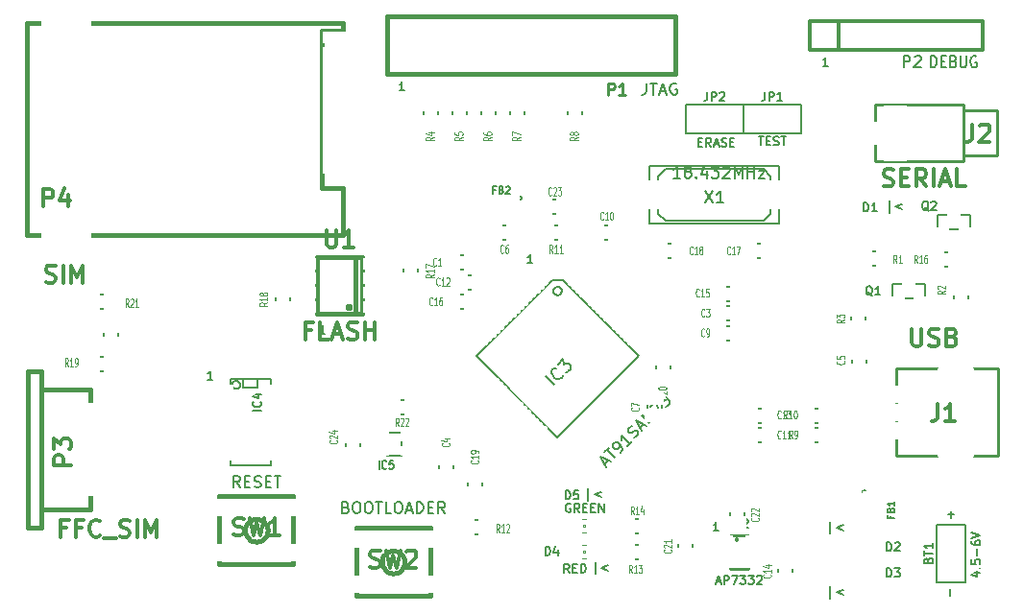
<source format=gto>
G04 (created by PCBNEW-RS274X (2011-05-25)-stable) date Mon 14 Nov 2011 21:00:14 CET*
G01*
G70*
G90*
%MOIN*%
G04 Gerber Fmt 3.4, Leading zero omitted, Abs format*
%FSLAX34Y34*%
G04 APERTURE LIST*
%ADD10C,0.006000*%
%ADD11C,0.005900*%
%ADD12C,0.007500*%
%ADD13C,0.015000*%
%ADD14C,0.008000*%
%ADD15C,0.005000*%
%ADD16C,0.012000*%
%ADD17C,0.006500*%
%ADD18C,0.010000*%
%ADD19C,0.002600*%
%ADD20C,0.004000*%
%ADD21C,0.002000*%
%ADD22C,0.004500*%
%ADD23C,0.007900*%
%ADD24R,0.098700X0.043600*%
%ADD25R,0.185400X0.047600*%
%ADD26R,0.080000X0.080000*%
%ADD27C,0.080000*%
%ADD28R,0.236500X0.098700*%
%ADD29R,0.065000X0.045000*%
%ADD30R,0.045000X0.065000*%
%ADD31R,0.055000X0.075000*%
%ADD32R,0.075000X0.055000*%
%ADD33R,0.055800X0.068000*%
%ADD34R,0.067200X0.043600*%
%ADD35C,0.015800*%
%ADD36R,0.051500X0.055400*%
%ADD37R,0.146000X0.059400*%
%ADD38R,0.110600X0.059400*%
%ADD39R,0.110600X0.039700*%
%ADD40R,0.177500X0.086900*%
%ADD41R,0.094800X0.036000*%
%ADD42R,0.040000X0.032000*%
%ADD43R,0.063300X0.043600*%
%ADD44C,0.106600*%
%ADD45C,0.149900*%
%ADD46R,0.067200X0.067200*%
%ADD47O,0.126300X0.086900*%
%ADD48O,0.085000X0.063300*%
%ADD49C,0.067200*%
%ADD50R,0.047600X0.079100*%
%ADD51R,0.079100X0.047600*%
G04 APERTURE END LIST*
G54D10*
G54D11*
X34015Y-52370D02*
X34015Y-51943D01*
X34457Y-52071D02*
X34229Y-52157D01*
X34457Y-52242D01*
X20986Y-48171D02*
X20815Y-48171D01*
X20900Y-48171D02*
X20900Y-47872D01*
X20872Y-47914D01*
X20843Y-47943D01*
X20815Y-47957D01*
G54D10*
X34265Y-54920D02*
X34265Y-54493D01*
X34707Y-54621D02*
X34479Y-54707D01*
X34707Y-54792D01*
X42415Y-55770D02*
X42415Y-55343D01*
X42857Y-55471D02*
X42629Y-55557D01*
X42857Y-55642D01*
X42415Y-53520D02*
X42415Y-53093D01*
X42857Y-53221D02*
X42629Y-53307D01*
X42857Y-53392D01*
X44465Y-42370D02*
X44465Y-41943D01*
X44907Y-42071D02*
X44679Y-42157D01*
X44907Y-42242D01*
G54D12*
X27636Y-38121D02*
X27465Y-38121D01*
X27550Y-38121D02*
X27550Y-37822D01*
X27522Y-37864D01*
X27493Y-37893D01*
X27465Y-37907D01*
X42336Y-37271D02*
X42165Y-37271D01*
X42250Y-37271D02*
X42250Y-36972D01*
X42222Y-37014D01*
X42193Y-37043D01*
X42165Y-37057D01*
G54D11*
X46557Y-55664D02*
X46557Y-55436D01*
X46607Y-52964D02*
X46607Y-52736D01*
X46721Y-52850D02*
X46493Y-52850D01*
X32086Y-44121D02*
X31915Y-44121D01*
X32000Y-44121D02*
X32000Y-43822D01*
X31972Y-43864D01*
X31943Y-43893D01*
X31915Y-43907D01*
X24886Y-46571D02*
X24715Y-46571D01*
X24800Y-46571D02*
X24800Y-46272D01*
X24772Y-46314D01*
X24743Y-46343D01*
X24715Y-46357D01*
X38536Y-53421D02*
X38365Y-53421D01*
X38450Y-53421D02*
X38450Y-53122D01*
X38422Y-53164D01*
X38393Y-53193D01*
X38365Y-53207D01*
G54D13*
X15039Y-48504D02*
X16732Y-48504D01*
X16732Y-48504D02*
X16732Y-52678D01*
X16732Y-52678D02*
X15039Y-52678D01*
X14567Y-47874D02*
X15039Y-47874D01*
X14567Y-53308D02*
X15039Y-53308D01*
X14567Y-47874D02*
X14567Y-53308D01*
X15039Y-53308D02*
X15039Y-47874D01*
X37050Y-37550D02*
X27050Y-37550D01*
X37050Y-35550D02*
X27050Y-35550D01*
X27050Y-35550D02*
X27050Y-37550D01*
X37052Y-37550D02*
X37052Y-35550D01*
G54D10*
X37400Y-39600D02*
X37400Y-38600D01*
X37400Y-38600D02*
X39400Y-38600D01*
X39400Y-38600D02*
X39400Y-39600D01*
X39400Y-39600D02*
X37400Y-39600D01*
X39400Y-39600D02*
X39400Y-38600D01*
X39400Y-38600D02*
X41400Y-38600D01*
X41400Y-38600D02*
X41400Y-39600D01*
X41400Y-39600D02*
X39400Y-39600D01*
X46100Y-53200D02*
X47100Y-53200D01*
X47100Y-53200D02*
X47100Y-55200D01*
X47100Y-55200D02*
X46100Y-55200D01*
X46100Y-55200D02*
X46100Y-53200D01*
G54D14*
X40350Y-42400D02*
X40350Y-41100D01*
X40350Y-41100D02*
X40100Y-40850D01*
X40100Y-40850D02*
X36700Y-40850D01*
X36700Y-40850D02*
X36450Y-41100D01*
X36450Y-41100D02*
X36450Y-42400D01*
X36450Y-42400D02*
X36700Y-42650D01*
X36700Y-42650D02*
X40100Y-42650D01*
X40100Y-42650D02*
X40350Y-42400D01*
X36150Y-42750D02*
X36150Y-40750D01*
X36150Y-40750D02*
X40650Y-40750D01*
X40650Y-40750D02*
X40650Y-42750D01*
X40650Y-42750D02*
X36150Y-42750D01*
G54D15*
X23675Y-44924D02*
X23675Y-45824D01*
X23675Y-45824D02*
X23175Y-45824D01*
X23175Y-45824D02*
X23175Y-44924D01*
X23175Y-44924D02*
X23675Y-44924D01*
X27604Y-44840D02*
X27604Y-43940D01*
X27604Y-43940D02*
X28104Y-43940D01*
X28104Y-43940D02*
X28104Y-44840D01*
X28104Y-44840D02*
X27604Y-44840D01*
X46000Y-43750D02*
X46900Y-43750D01*
X46900Y-43750D02*
X46900Y-44250D01*
X46900Y-44250D02*
X46000Y-44250D01*
X46000Y-44250D02*
X46000Y-43750D01*
X36150Y-53500D02*
X35250Y-53500D01*
X35250Y-53500D02*
X35250Y-53000D01*
X35250Y-53000D02*
X36150Y-53000D01*
X36150Y-53000D02*
X36150Y-53500D01*
X36150Y-54400D02*
X35250Y-54400D01*
X35250Y-54400D02*
X35250Y-53900D01*
X35250Y-53900D02*
X36150Y-53900D01*
X36150Y-53900D02*
X36150Y-54400D01*
X29700Y-53050D02*
X30600Y-53050D01*
X30600Y-53050D02*
X30600Y-53550D01*
X30600Y-53550D02*
X29700Y-53550D01*
X29700Y-53550D02*
X29700Y-53050D01*
X33350Y-43300D02*
X32450Y-43300D01*
X32450Y-43300D02*
X32450Y-42800D01*
X32450Y-42800D02*
X33350Y-42800D01*
X33350Y-42800D02*
X33350Y-43300D01*
X41479Y-49159D02*
X42379Y-49159D01*
X42379Y-49159D02*
X42379Y-49659D01*
X42379Y-49659D02*
X41479Y-49659D01*
X41479Y-49659D02*
X41479Y-49159D01*
X41479Y-49848D02*
X42379Y-49848D01*
X42379Y-49848D02*
X42379Y-50348D01*
X42379Y-50348D02*
X41479Y-50348D01*
X41479Y-50348D02*
X41479Y-49848D01*
X33800Y-38450D02*
X33800Y-39350D01*
X33800Y-39350D02*
X33300Y-39350D01*
X33300Y-39350D02*
X33300Y-38450D01*
X33300Y-38450D02*
X33800Y-38450D01*
X31800Y-38450D02*
X31800Y-39350D01*
X31800Y-39350D02*
X31300Y-39350D01*
X31300Y-39350D02*
X31300Y-38450D01*
X31300Y-38450D02*
X31800Y-38450D01*
X30800Y-38450D02*
X30800Y-39350D01*
X30800Y-39350D02*
X30300Y-39350D01*
X30300Y-39350D02*
X30300Y-38450D01*
X30300Y-38450D02*
X30800Y-38450D01*
X29800Y-38450D02*
X29800Y-39350D01*
X29800Y-39350D02*
X29300Y-39350D01*
X29300Y-39350D02*
X29300Y-38450D01*
X29300Y-38450D02*
X29800Y-38450D01*
X28800Y-38450D02*
X28800Y-39350D01*
X28800Y-39350D02*
X28300Y-39350D01*
X28300Y-39350D02*
X28300Y-38450D01*
X28300Y-38450D02*
X28800Y-38450D01*
X43150Y-46500D02*
X43150Y-45600D01*
X43150Y-45600D02*
X43650Y-45600D01*
X43650Y-45600D02*
X43650Y-46500D01*
X43650Y-46500D02*
X43150Y-46500D01*
X46700Y-45750D02*
X46700Y-44850D01*
X46700Y-44850D02*
X47200Y-44850D01*
X47200Y-44850D02*
X47200Y-45750D01*
X47200Y-45750D02*
X46700Y-45750D01*
X44400Y-44200D02*
X43500Y-44200D01*
X43500Y-44200D02*
X43500Y-43700D01*
X43500Y-43700D02*
X44400Y-43700D01*
X44400Y-43700D02*
X44400Y-44200D01*
X32400Y-41900D02*
X33300Y-41900D01*
X33300Y-41900D02*
X33300Y-42400D01*
X33300Y-42400D02*
X32400Y-42400D01*
X32400Y-42400D02*
X32400Y-41900D01*
X38923Y-53304D02*
X38923Y-52404D01*
X38923Y-52404D02*
X39423Y-52404D01*
X39423Y-52404D02*
X39423Y-53304D01*
X39423Y-53304D02*
X38923Y-53304D01*
X37650Y-53500D02*
X37650Y-54400D01*
X37650Y-54400D02*
X37150Y-54400D01*
X37150Y-54400D02*
X37150Y-53500D01*
X37150Y-53500D02*
X37650Y-53500D01*
X36864Y-47286D02*
X36864Y-48186D01*
X36864Y-48186D02*
X36364Y-48186D01*
X36364Y-48186D02*
X36364Y-47286D01*
X36364Y-47286D02*
X36864Y-47286D01*
X30350Y-51350D02*
X30350Y-52250D01*
X30350Y-52250D02*
X29850Y-52250D01*
X29850Y-52250D02*
X29850Y-51350D01*
X29850Y-51350D02*
X30350Y-51350D01*
X36400Y-43450D02*
X37300Y-43450D01*
X37300Y-43450D02*
X37300Y-43950D01*
X37300Y-43950D02*
X36400Y-43950D01*
X36400Y-43950D02*
X36400Y-43450D01*
X40400Y-43950D02*
X39500Y-43950D01*
X39500Y-43950D02*
X39500Y-43450D01*
X39500Y-43450D02*
X40400Y-43450D01*
X40400Y-43450D02*
X40400Y-43950D01*
X30076Y-45722D02*
X29176Y-45722D01*
X29176Y-45722D02*
X29176Y-45222D01*
X29176Y-45222D02*
X30076Y-45222D01*
X30076Y-45222D02*
X30076Y-45722D01*
X38428Y-44927D02*
X39328Y-44927D01*
X39328Y-44927D02*
X39328Y-45427D01*
X39328Y-45427D02*
X38428Y-45427D01*
X38428Y-45427D02*
X38428Y-44927D01*
X41096Y-54373D02*
X41096Y-55273D01*
X41096Y-55273D02*
X40596Y-55273D01*
X40596Y-55273D02*
X40596Y-54373D01*
X40596Y-54373D02*
X41096Y-54373D01*
X40411Y-49659D02*
X39511Y-49659D01*
X39511Y-49659D02*
X39511Y-49159D01*
X39511Y-49159D02*
X40411Y-49159D01*
X40411Y-49159D02*
X40411Y-49659D01*
X30371Y-45033D02*
X29471Y-45033D01*
X29471Y-45033D02*
X29471Y-44533D01*
X29471Y-44533D02*
X30371Y-44533D01*
X30371Y-44533D02*
X30371Y-45033D01*
X40411Y-50348D02*
X39511Y-50348D01*
X39511Y-50348D02*
X39511Y-49848D01*
X39511Y-49848D02*
X40411Y-49848D01*
X40411Y-49848D02*
X40411Y-50348D01*
X35100Y-43300D02*
X34200Y-43300D01*
X34200Y-43300D02*
X34200Y-42800D01*
X34200Y-42800D02*
X35100Y-42800D01*
X35100Y-42800D02*
X35100Y-43300D01*
X38428Y-46305D02*
X39328Y-46305D01*
X39328Y-46305D02*
X39328Y-46805D01*
X39328Y-46805D02*
X38428Y-46805D01*
X38428Y-46805D02*
X38428Y-46305D01*
X36069Y-49564D02*
X36069Y-48664D01*
X36069Y-48664D02*
X36569Y-48664D01*
X36569Y-48664D02*
X36569Y-49564D01*
X36569Y-49564D02*
X36069Y-49564D01*
X30650Y-42800D02*
X31550Y-42800D01*
X31550Y-42800D02*
X31550Y-43300D01*
X31550Y-43300D02*
X30650Y-43300D01*
X30650Y-43300D02*
X30650Y-42800D01*
X43156Y-47989D02*
X43156Y-47089D01*
X43156Y-47089D02*
X43656Y-47089D01*
X43656Y-47089D02*
X43656Y-47989D01*
X43656Y-47989D02*
X43156Y-47989D01*
X29350Y-50750D02*
X29350Y-51650D01*
X29350Y-51650D02*
X28850Y-51650D01*
X28850Y-51650D02*
X28850Y-50750D01*
X28850Y-50750D02*
X29350Y-50750D01*
X38428Y-45616D02*
X39328Y-45616D01*
X39328Y-45616D02*
X39328Y-46116D01*
X39328Y-46116D02*
X38428Y-46116D01*
X38428Y-46116D02*
X38428Y-45616D01*
X30076Y-44344D02*
X29176Y-44344D01*
X29176Y-44344D02*
X29176Y-43844D01*
X29176Y-43844D02*
X30076Y-43844D01*
X30076Y-43844D02*
X30076Y-44344D01*
X31700Y-41850D02*
X31699Y-41859D01*
X31696Y-41869D01*
X31691Y-41877D01*
X31685Y-41885D01*
X31677Y-41891D01*
X31669Y-41896D01*
X31660Y-41898D01*
X31650Y-41899D01*
X31641Y-41899D01*
X31632Y-41896D01*
X31623Y-41891D01*
X31616Y-41885D01*
X31609Y-41878D01*
X31605Y-41869D01*
X31602Y-41860D01*
X31601Y-41850D01*
X31601Y-41841D01*
X31604Y-41832D01*
X31608Y-41823D01*
X31615Y-41816D01*
X31622Y-41809D01*
X31630Y-41805D01*
X31640Y-41802D01*
X31649Y-41801D01*
X31658Y-41801D01*
X31668Y-41804D01*
X31676Y-41808D01*
X31684Y-41814D01*
X31690Y-41822D01*
X31695Y-41830D01*
X31698Y-41839D01*
X31699Y-41849D01*
X31700Y-41850D01*
X31200Y-41850D02*
X31600Y-41850D01*
X31600Y-41850D02*
X31600Y-42450D01*
X31600Y-42450D02*
X31200Y-42450D01*
X30800Y-42450D02*
X30400Y-42450D01*
X30400Y-42450D02*
X30400Y-41850D01*
X30400Y-41850D02*
X30800Y-41850D01*
X43650Y-52050D02*
X43649Y-52059D01*
X43646Y-52069D01*
X43641Y-52077D01*
X43635Y-52085D01*
X43627Y-52091D01*
X43619Y-52096D01*
X43610Y-52098D01*
X43600Y-52099D01*
X43591Y-52099D01*
X43582Y-52096D01*
X43573Y-52091D01*
X43566Y-52085D01*
X43559Y-52078D01*
X43555Y-52069D01*
X43552Y-52060D01*
X43551Y-52050D01*
X43551Y-52041D01*
X43554Y-52032D01*
X43558Y-52023D01*
X43565Y-52016D01*
X43572Y-52009D01*
X43580Y-52005D01*
X43590Y-52002D01*
X43599Y-52001D01*
X43608Y-52001D01*
X43618Y-52004D01*
X43626Y-52008D01*
X43634Y-52014D01*
X43640Y-52022D01*
X43645Y-52030D01*
X43648Y-52039D01*
X43649Y-52049D01*
X43650Y-52050D01*
X43600Y-52500D02*
X43600Y-52100D01*
X43600Y-52100D02*
X44200Y-52100D01*
X44200Y-52100D02*
X44200Y-52500D01*
X44200Y-52900D02*
X44200Y-53300D01*
X44200Y-53300D02*
X43600Y-53300D01*
X43600Y-53300D02*
X43600Y-52900D01*
G54D13*
X25748Y-45630D02*
X25747Y-45637D01*
X25745Y-45644D01*
X25741Y-45651D01*
X25736Y-45657D01*
X25730Y-45662D01*
X25724Y-45665D01*
X25716Y-45668D01*
X25709Y-45668D01*
X25702Y-45668D01*
X25695Y-45666D01*
X25688Y-45662D01*
X25682Y-45657D01*
X25677Y-45652D01*
X25674Y-45645D01*
X25671Y-45638D01*
X25671Y-45630D01*
X25671Y-45623D01*
X25673Y-45616D01*
X25677Y-45609D01*
X25681Y-45603D01*
X25687Y-45598D01*
X25694Y-45595D01*
X25701Y-45592D01*
X25709Y-45592D01*
X25715Y-45592D01*
X25723Y-45594D01*
X25729Y-45598D01*
X25735Y-45602D01*
X25740Y-45608D01*
X25744Y-45615D01*
X25747Y-45622D01*
X25747Y-45629D01*
X25748Y-45630D01*
X25945Y-45866D02*
X25945Y-43898D01*
X26181Y-45866D02*
X24607Y-45866D01*
X24607Y-45866D02*
X24607Y-43898D01*
X24607Y-43898D02*
X26181Y-43898D01*
X26181Y-43898D02*
X26181Y-45866D01*
G54D14*
X33099Y-45083D02*
X33096Y-45111D01*
X33087Y-45139D01*
X33074Y-45165D01*
X33055Y-45187D01*
X33033Y-45206D01*
X33007Y-45220D01*
X32979Y-45228D01*
X32951Y-45231D01*
X32923Y-45229D01*
X32895Y-45221D01*
X32869Y-45207D01*
X32846Y-45189D01*
X32828Y-45167D01*
X32814Y-45141D01*
X32805Y-45113D01*
X32802Y-45085D01*
X32804Y-45057D01*
X32812Y-45029D01*
X32825Y-45003D01*
X32843Y-44980D01*
X32865Y-44961D01*
X32891Y-44947D01*
X32919Y-44938D01*
X32947Y-44935D01*
X32975Y-44937D01*
X33003Y-44945D01*
X33029Y-44958D01*
X33052Y-44976D01*
X33071Y-44998D01*
X33086Y-45023D01*
X33095Y-45050D01*
X33098Y-45079D01*
X33099Y-45083D01*
X32950Y-50174D02*
X35778Y-47345D01*
X35778Y-47345D02*
X33127Y-44694D01*
X33127Y-44694D02*
X32773Y-44694D01*
X32773Y-44694D02*
X30122Y-47345D01*
X30122Y-47345D02*
X32950Y-50174D01*
G54D16*
X41700Y-36700D02*
X41700Y-35700D01*
X41700Y-35700D02*
X47700Y-35700D01*
X47700Y-35700D02*
X47700Y-36700D01*
X47700Y-36700D02*
X41700Y-36700D01*
X42700Y-36700D02*
X42700Y-35700D01*
G54D15*
X47271Y-42444D02*
X47271Y-42956D01*
X47271Y-42956D02*
X46129Y-42956D01*
X46129Y-42956D02*
X46129Y-42444D01*
X46129Y-42444D02*
X47271Y-42444D01*
X45721Y-44844D02*
X45721Y-45356D01*
X45721Y-45356D02*
X44579Y-45356D01*
X44579Y-45356D02*
X44579Y-44844D01*
X44579Y-44844D02*
X45721Y-44844D01*
G54D13*
X22894Y-53400D02*
X22886Y-53476D01*
X22864Y-53550D01*
X22828Y-53618D01*
X22779Y-53677D01*
X22720Y-53726D01*
X22652Y-53763D01*
X22579Y-53785D01*
X22502Y-53793D01*
X22427Y-53787D01*
X22353Y-53765D01*
X22285Y-53729D01*
X22225Y-53681D01*
X22175Y-53622D01*
X22138Y-53555D01*
X22115Y-53481D01*
X22107Y-53405D01*
X22113Y-53329D01*
X22134Y-53255D01*
X22169Y-53187D01*
X22217Y-53127D01*
X22276Y-53077D01*
X22343Y-53039D01*
X22416Y-53016D01*
X22492Y-53007D01*
X22568Y-53012D01*
X22642Y-53033D01*
X22711Y-53068D01*
X22771Y-53115D01*
X22821Y-53173D01*
X22859Y-53240D01*
X22884Y-53313D01*
X22893Y-53389D01*
X22894Y-53400D01*
X21220Y-54581D02*
X23780Y-54581D01*
X23780Y-54581D02*
X23780Y-52219D01*
X23780Y-52219D02*
X21220Y-52219D01*
X21220Y-52219D02*
X21220Y-54581D01*
X27644Y-54500D02*
X27636Y-54576D01*
X27614Y-54650D01*
X27578Y-54718D01*
X27529Y-54777D01*
X27470Y-54826D01*
X27402Y-54863D01*
X27329Y-54885D01*
X27252Y-54893D01*
X27177Y-54887D01*
X27103Y-54865D01*
X27035Y-54829D01*
X26975Y-54781D01*
X26925Y-54722D01*
X26888Y-54655D01*
X26865Y-54581D01*
X26857Y-54505D01*
X26863Y-54429D01*
X26884Y-54355D01*
X26919Y-54287D01*
X26967Y-54227D01*
X27026Y-54177D01*
X27093Y-54139D01*
X27166Y-54116D01*
X27242Y-54107D01*
X27318Y-54112D01*
X27392Y-54133D01*
X27461Y-54168D01*
X27521Y-54215D01*
X27571Y-54273D01*
X27609Y-54340D01*
X27634Y-54413D01*
X27643Y-54489D01*
X27644Y-54500D01*
X25970Y-55681D02*
X28530Y-55681D01*
X28530Y-55681D02*
X28530Y-53319D01*
X28530Y-53319D02*
X25970Y-53319D01*
X25970Y-53319D02*
X25970Y-55681D01*
X25491Y-41497D02*
X24774Y-41497D01*
X24774Y-41497D02*
X24774Y-36037D01*
X24774Y-36037D02*
X25491Y-36037D01*
X25491Y-36037D02*
X25491Y-35769D01*
X25491Y-35769D02*
X14526Y-35769D01*
X14526Y-35769D02*
X14526Y-39615D01*
X14526Y-39615D02*
X14526Y-43131D01*
X14526Y-43131D02*
X25491Y-43131D01*
X25491Y-43131D02*
X25491Y-41497D01*
G54D17*
X23000Y-51150D02*
X23000Y-48150D01*
X21600Y-48150D02*
X21600Y-51150D01*
X23000Y-51150D02*
X21600Y-51150D01*
G54D10*
X21600Y-48150D02*
X23000Y-48150D01*
G54D15*
X21941Y-48350D02*
X21938Y-48377D01*
X21930Y-48403D01*
X21917Y-48428D01*
X21900Y-48449D01*
X21878Y-48466D01*
X21854Y-48479D01*
X21828Y-48488D01*
X21800Y-48490D01*
X21774Y-48488D01*
X21748Y-48480D01*
X21723Y-48467D01*
X21702Y-48450D01*
X21684Y-48429D01*
X21671Y-48405D01*
X21663Y-48379D01*
X21660Y-48351D01*
X21662Y-48325D01*
X21669Y-48299D01*
X21682Y-48274D01*
X21699Y-48253D01*
X21720Y-48235D01*
X21744Y-48221D01*
X21770Y-48213D01*
X21798Y-48210D01*
X21824Y-48212D01*
X21850Y-48219D01*
X21875Y-48231D01*
X21897Y-48248D01*
X21915Y-48269D01*
X21928Y-48293D01*
X21937Y-48319D01*
X21940Y-48347D01*
X21941Y-48350D01*
X22550Y-48150D02*
X22550Y-48450D01*
X22550Y-48450D02*
X22050Y-48450D01*
X22050Y-48450D02*
X22050Y-48150D01*
X27109Y-48864D02*
X28009Y-48864D01*
X28009Y-48864D02*
X28009Y-49364D01*
X28009Y-49364D02*
X27109Y-49364D01*
X27109Y-49364D02*
X27109Y-48864D01*
X16676Y-45222D02*
X17576Y-45222D01*
X17576Y-45222D02*
X17576Y-45722D01*
X17576Y-45722D02*
X16676Y-45722D01*
X16676Y-45722D02*
X16676Y-45222D01*
X17200Y-47050D02*
X17200Y-46150D01*
X17200Y-46150D02*
X17700Y-46150D01*
X17700Y-46150D02*
X17700Y-47050D01*
X17700Y-47050D02*
X17200Y-47050D01*
X16676Y-47388D02*
X17576Y-47388D01*
X17576Y-47388D02*
X17576Y-47888D01*
X17576Y-47888D02*
X16676Y-47888D01*
X16676Y-47888D02*
X16676Y-47388D01*
X26100Y-50000D02*
X26100Y-50900D01*
X26100Y-50900D02*
X25600Y-50900D01*
X25600Y-50900D02*
X25600Y-50000D01*
X25600Y-50000D02*
X26100Y-50000D01*
G54D10*
X27550Y-50800D02*
X27550Y-50000D01*
X27550Y-50000D02*
X27050Y-50000D01*
X27050Y-50000D02*
X27050Y-50800D01*
X27050Y-50800D02*
X27550Y-50800D01*
G54D18*
X39179Y-53717D02*
X39178Y-53722D01*
X39176Y-53727D01*
X39174Y-53731D01*
X39171Y-53736D01*
X39167Y-53739D01*
X39162Y-53741D01*
X39157Y-53743D01*
X39152Y-53743D01*
X39147Y-53743D01*
X39142Y-53742D01*
X39138Y-53739D01*
X39134Y-53736D01*
X39130Y-53732D01*
X39128Y-53727D01*
X39126Y-53722D01*
X39126Y-53717D01*
X39126Y-53713D01*
X39127Y-53708D01*
X39130Y-53703D01*
X39133Y-53699D01*
X39137Y-53695D01*
X39142Y-53693D01*
X39147Y-53691D01*
X39152Y-53691D01*
X39156Y-53691D01*
X39161Y-53692D01*
X39166Y-53695D01*
X39170Y-53698D01*
X39174Y-53702D01*
X39176Y-53707D01*
X39178Y-53712D01*
X39178Y-53717D01*
X39179Y-53717D01*
X39565Y-53559D02*
X39565Y-54741D01*
X39565Y-54741D02*
X38935Y-54741D01*
X38935Y-54741D02*
X38935Y-53559D01*
X38935Y-53559D02*
X39565Y-53559D01*
G54D19*
X33704Y-53132D02*
X33704Y-53004D01*
X33704Y-53004D02*
X33507Y-53004D01*
X33507Y-53132D02*
X33507Y-53004D01*
X33704Y-53132D02*
X33507Y-53132D01*
X33704Y-53377D02*
X33704Y-53318D01*
X33704Y-53318D02*
X33605Y-53318D01*
X33605Y-53377D02*
X33605Y-53318D01*
X33704Y-53377D02*
X33605Y-53377D01*
X33704Y-53182D02*
X33704Y-53123D01*
X33704Y-53123D02*
X33605Y-53123D01*
X33605Y-53182D02*
X33605Y-53123D01*
X33704Y-53182D02*
X33605Y-53182D01*
X33704Y-53328D02*
X33704Y-53172D01*
X33704Y-53172D02*
X33635Y-53172D01*
X33635Y-53328D02*
X33635Y-53172D01*
X33704Y-53328D02*
X33635Y-53328D01*
X34293Y-53132D02*
X34293Y-53004D01*
X34293Y-53004D02*
X34096Y-53004D01*
X34096Y-53132D02*
X34096Y-53004D01*
X34293Y-53132D02*
X34096Y-53132D01*
X34293Y-53496D02*
X34293Y-53368D01*
X34293Y-53368D02*
X34096Y-53368D01*
X34096Y-53496D02*
X34096Y-53368D01*
X34293Y-53496D02*
X34096Y-53496D01*
X34195Y-53182D02*
X34195Y-53123D01*
X34195Y-53123D02*
X34096Y-53123D01*
X34096Y-53182D02*
X34096Y-53123D01*
X34195Y-53182D02*
X34096Y-53182D01*
X34195Y-53377D02*
X34195Y-53318D01*
X34195Y-53318D02*
X34096Y-53318D01*
X34096Y-53377D02*
X34096Y-53318D01*
X34195Y-53377D02*
X34096Y-53377D01*
X34165Y-53328D02*
X34165Y-53172D01*
X34165Y-53172D02*
X34096Y-53172D01*
X34096Y-53328D02*
X34096Y-53172D01*
X34165Y-53328D02*
X34096Y-53328D01*
X33900Y-53289D02*
X33900Y-53211D01*
X33900Y-53211D02*
X33822Y-53211D01*
X33822Y-53289D02*
X33822Y-53211D01*
X33900Y-53289D02*
X33822Y-53289D01*
X33704Y-53486D02*
X33704Y-53368D01*
X33704Y-53368D02*
X33586Y-53368D01*
X33586Y-53486D02*
X33586Y-53368D01*
X33704Y-53486D02*
X33586Y-53486D01*
X33536Y-53496D02*
X33536Y-53407D01*
X33536Y-53407D02*
X33507Y-53407D01*
X33507Y-53496D02*
X33507Y-53407D01*
X33536Y-53496D02*
X33507Y-53496D01*
G54D20*
X33694Y-53024D02*
X34106Y-53024D01*
X34096Y-53476D02*
X33536Y-53476D01*
G54D21*
X33594Y-53427D02*
X33593Y-53432D01*
X33591Y-53437D01*
X33589Y-53442D01*
X33585Y-53446D01*
X33581Y-53450D01*
X33576Y-53452D01*
X33571Y-53454D01*
X33566Y-53454D01*
X33561Y-53454D01*
X33556Y-53452D01*
X33551Y-53450D01*
X33547Y-53447D01*
X33543Y-53442D01*
X33541Y-53438D01*
X33539Y-53432D01*
X33539Y-53427D01*
X33539Y-53422D01*
X33540Y-53417D01*
X33543Y-53412D01*
X33546Y-53408D01*
X33551Y-53405D01*
X33555Y-53402D01*
X33560Y-53400D01*
X33566Y-53400D01*
X33570Y-53400D01*
X33576Y-53401D01*
X33581Y-53404D01*
X33585Y-53407D01*
X33588Y-53411D01*
X33591Y-53416D01*
X33593Y-53421D01*
X33593Y-53427D01*
X33594Y-53427D01*
G54D20*
X33507Y-53387D02*
X33518Y-53386D01*
X33530Y-53384D01*
X33542Y-53382D01*
X33553Y-53378D01*
X33564Y-53374D01*
X33575Y-53368D01*
X33585Y-53362D01*
X33595Y-53354D01*
X33603Y-53346D01*
X33611Y-53338D01*
X33619Y-53328D01*
X33625Y-53318D01*
X33631Y-53307D01*
X33635Y-53296D01*
X33639Y-53285D01*
X33641Y-53273D01*
X33643Y-53261D01*
X33644Y-53250D01*
X33643Y-53239D01*
X33641Y-53227D01*
X33639Y-53215D01*
X33635Y-53204D01*
X33631Y-53193D01*
X33625Y-53182D01*
X33619Y-53172D01*
X33611Y-53162D01*
X33603Y-53154D01*
X33595Y-53146D01*
X33585Y-53138D01*
X33575Y-53132D01*
X33564Y-53126D01*
X33553Y-53122D01*
X33542Y-53118D01*
X33530Y-53116D01*
X33518Y-53114D01*
X33507Y-53113D01*
X34293Y-53113D02*
X34282Y-53114D01*
X34270Y-53116D01*
X34258Y-53118D01*
X34247Y-53122D01*
X34236Y-53126D01*
X34225Y-53132D01*
X34215Y-53138D01*
X34205Y-53146D01*
X34197Y-53154D01*
X34189Y-53162D01*
X34181Y-53172D01*
X34175Y-53182D01*
X34169Y-53193D01*
X34165Y-53204D01*
X34161Y-53215D01*
X34159Y-53227D01*
X34157Y-53239D01*
X34156Y-53250D01*
X34157Y-53261D01*
X34159Y-53273D01*
X34161Y-53285D01*
X34165Y-53296D01*
X34169Y-53307D01*
X34175Y-53318D01*
X34181Y-53328D01*
X34189Y-53338D01*
X34197Y-53346D01*
X34205Y-53354D01*
X34215Y-53362D01*
X34225Y-53368D01*
X34236Y-53374D01*
X34247Y-53378D01*
X34258Y-53382D01*
X34270Y-53384D01*
X34282Y-53386D01*
X34293Y-53387D01*
G54D19*
X33704Y-54032D02*
X33704Y-53904D01*
X33704Y-53904D02*
X33507Y-53904D01*
X33507Y-54032D02*
X33507Y-53904D01*
X33704Y-54032D02*
X33507Y-54032D01*
X33704Y-54277D02*
X33704Y-54218D01*
X33704Y-54218D02*
X33605Y-54218D01*
X33605Y-54277D02*
X33605Y-54218D01*
X33704Y-54277D02*
X33605Y-54277D01*
X33704Y-54082D02*
X33704Y-54023D01*
X33704Y-54023D02*
X33605Y-54023D01*
X33605Y-54082D02*
X33605Y-54023D01*
X33704Y-54082D02*
X33605Y-54082D01*
X33704Y-54228D02*
X33704Y-54072D01*
X33704Y-54072D02*
X33635Y-54072D01*
X33635Y-54228D02*
X33635Y-54072D01*
X33704Y-54228D02*
X33635Y-54228D01*
X34293Y-54032D02*
X34293Y-53904D01*
X34293Y-53904D02*
X34096Y-53904D01*
X34096Y-54032D02*
X34096Y-53904D01*
X34293Y-54032D02*
X34096Y-54032D01*
X34293Y-54396D02*
X34293Y-54268D01*
X34293Y-54268D02*
X34096Y-54268D01*
X34096Y-54396D02*
X34096Y-54268D01*
X34293Y-54396D02*
X34096Y-54396D01*
X34195Y-54082D02*
X34195Y-54023D01*
X34195Y-54023D02*
X34096Y-54023D01*
X34096Y-54082D02*
X34096Y-54023D01*
X34195Y-54082D02*
X34096Y-54082D01*
X34195Y-54277D02*
X34195Y-54218D01*
X34195Y-54218D02*
X34096Y-54218D01*
X34096Y-54277D02*
X34096Y-54218D01*
X34195Y-54277D02*
X34096Y-54277D01*
X34165Y-54228D02*
X34165Y-54072D01*
X34165Y-54072D02*
X34096Y-54072D01*
X34096Y-54228D02*
X34096Y-54072D01*
X34165Y-54228D02*
X34096Y-54228D01*
X33900Y-54189D02*
X33900Y-54111D01*
X33900Y-54111D02*
X33822Y-54111D01*
X33822Y-54189D02*
X33822Y-54111D01*
X33900Y-54189D02*
X33822Y-54189D01*
X33704Y-54386D02*
X33704Y-54268D01*
X33704Y-54268D02*
X33586Y-54268D01*
X33586Y-54386D02*
X33586Y-54268D01*
X33704Y-54386D02*
X33586Y-54386D01*
X33536Y-54396D02*
X33536Y-54307D01*
X33536Y-54307D02*
X33507Y-54307D01*
X33507Y-54396D02*
X33507Y-54307D01*
X33536Y-54396D02*
X33507Y-54396D01*
G54D20*
X33694Y-53924D02*
X34106Y-53924D01*
X34096Y-54376D02*
X33536Y-54376D01*
G54D21*
X33594Y-54327D02*
X33593Y-54332D01*
X33591Y-54337D01*
X33589Y-54342D01*
X33585Y-54346D01*
X33581Y-54350D01*
X33576Y-54352D01*
X33571Y-54354D01*
X33566Y-54354D01*
X33561Y-54354D01*
X33556Y-54352D01*
X33551Y-54350D01*
X33547Y-54347D01*
X33543Y-54342D01*
X33541Y-54338D01*
X33539Y-54332D01*
X33539Y-54327D01*
X33539Y-54322D01*
X33540Y-54317D01*
X33543Y-54312D01*
X33546Y-54308D01*
X33551Y-54305D01*
X33555Y-54302D01*
X33560Y-54300D01*
X33566Y-54300D01*
X33570Y-54300D01*
X33576Y-54301D01*
X33581Y-54304D01*
X33585Y-54307D01*
X33588Y-54311D01*
X33591Y-54316D01*
X33593Y-54321D01*
X33593Y-54327D01*
X33594Y-54327D01*
G54D20*
X33507Y-54287D02*
X33518Y-54286D01*
X33530Y-54284D01*
X33542Y-54282D01*
X33553Y-54278D01*
X33564Y-54274D01*
X33575Y-54268D01*
X33585Y-54262D01*
X33595Y-54254D01*
X33603Y-54246D01*
X33611Y-54238D01*
X33619Y-54228D01*
X33625Y-54218D01*
X33631Y-54207D01*
X33635Y-54196D01*
X33639Y-54185D01*
X33641Y-54173D01*
X33643Y-54161D01*
X33644Y-54150D01*
X33643Y-54139D01*
X33641Y-54127D01*
X33639Y-54115D01*
X33635Y-54104D01*
X33631Y-54093D01*
X33625Y-54082D01*
X33619Y-54072D01*
X33611Y-54062D01*
X33603Y-54054D01*
X33595Y-54046D01*
X33585Y-54038D01*
X33575Y-54032D01*
X33564Y-54026D01*
X33553Y-54022D01*
X33542Y-54018D01*
X33530Y-54016D01*
X33518Y-54014D01*
X33507Y-54013D01*
X34293Y-54013D02*
X34282Y-54014D01*
X34270Y-54016D01*
X34258Y-54018D01*
X34247Y-54022D01*
X34236Y-54026D01*
X34225Y-54032D01*
X34215Y-54038D01*
X34205Y-54046D01*
X34197Y-54054D01*
X34189Y-54062D01*
X34181Y-54072D01*
X34175Y-54082D01*
X34169Y-54093D01*
X34165Y-54104D01*
X34161Y-54115D01*
X34159Y-54127D01*
X34157Y-54139D01*
X34156Y-54150D01*
X34157Y-54161D01*
X34159Y-54173D01*
X34161Y-54185D01*
X34165Y-54196D01*
X34169Y-54207D01*
X34175Y-54218D01*
X34181Y-54228D01*
X34189Y-54238D01*
X34197Y-54246D01*
X34205Y-54254D01*
X34215Y-54262D01*
X34225Y-54268D01*
X34236Y-54274D01*
X34247Y-54278D01*
X34258Y-54282D01*
X34270Y-54284D01*
X34282Y-54286D01*
X34293Y-54287D01*
G54D18*
X48237Y-50816D02*
X44694Y-50816D01*
X44694Y-50816D02*
X44694Y-47784D01*
X44694Y-47784D02*
X48237Y-47784D01*
X48237Y-47784D02*
X48237Y-50816D01*
X47028Y-40387D02*
X48209Y-40387D01*
X48209Y-40387D02*
X48209Y-38813D01*
X48209Y-38813D02*
X47028Y-38813D01*
X47028Y-40584D02*
X43957Y-40584D01*
X43957Y-40584D02*
X43957Y-38616D01*
X43957Y-38616D02*
X47028Y-38616D01*
X47028Y-38616D02*
X47028Y-40584D01*
G54D16*
X16075Y-51133D02*
X15475Y-51133D01*
X15475Y-50905D01*
X15503Y-50847D01*
X15532Y-50819D01*
X15589Y-50790D01*
X15675Y-50790D01*
X15732Y-50819D01*
X15761Y-50847D01*
X15789Y-50905D01*
X15789Y-51133D01*
X15475Y-50590D02*
X15475Y-50219D01*
X15703Y-50419D01*
X15703Y-50333D01*
X15732Y-50276D01*
X15761Y-50247D01*
X15818Y-50219D01*
X15961Y-50219D01*
X16018Y-50247D01*
X16046Y-50276D01*
X16075Y-50333D01*
X16075Y-50505D01*
X16046Y-50562D01*
X16018Y-50590D01*
X15911Y-53320D02*
X15711Y-53320D01*
X15711Y-53634D02*
X15711Y-53034D01*
X15997Y-53034D01*
X16425Y-53320D02*
X16225Y-53320D01*
X16225Y-53634D02*
X16225Y-53034D01*
X16511Y-53034D01*
X17082Y-53577D02*
X17053Y-53605D01*
X16967Y-53634D01*
X16910Y-53634D01*
X16825Y-53605D01*
X16767Y-53548D01*
X16739Y-53491D01*
X16710Y-53377D01*
X16710Y-53291D01*
X16739Y-53177D01*
X16767Y-53120D01*
X16825Y-53062D01*
X16910Y-53034D01*
X16967Y-53034D01*
X17053Y-53062D01*
X17082Y-53091D01*
X17196Y-53691D02*
X17653Y-53691D01*
X17767Y-53605D02*
X17853Y-53634D01*
X17996Y-53634D01*
X18053Y-53605D01*
X18082Y-53577D01*
X18110Y-53520D01*
X18110Y-53462D01*
X18082Y-53405D01*
X18053Y-53377D01*
X17996Y-53348D01*
X17882Y-53320D01*
X17824Y-53291D01*
X17796Y-53262D01*
X17767Y-53205D01*
X17767Y-53148D01*
X17796Y-53091D01*
X17824Y-53062D01*
X17882Y-53034D01*
X18024Y-53034D01*
X18110Y-53062D01*
X18367Y-53634D02*
X18367Y-53034D01*
X18653Y-53634D02*
X18653Y-53034D01*
X18853Y-53462D01*
X19053Y-53034D01*
X19053Y-53634D01*
G54D18*
X34705Y-38262D02*
X34705Y-37862D01*
X34858Y-37862D01*
X34896Y-37881D01*
X34915Y-37900D01*
X34934Y-37938D01*
X34934Y-37995D01*
X34915Y-38033D01*
X34896Y-38052D01*
X34858Y-38071D01*
X34705Y-38071D01*
X35315Y-38262D02*
X35086Y-38262D01*
X35200Y-38262D02*
X35200Y-37862D01*
X35162Y-37919D01*
X35124Y-37957D01*
X35086Y-37976D01*
G54D14*
X36034Y-37862D02*
X36034Y-38148D01*
X36014Y-38205D01*
X35976Y-38243D01*
X35919Y-38262D01*
X35881Y-38262D01*
X36167Y-37862D02*
X36396Y-37862D01*
X36281Y-38262D02*
X36281Y-37862D01*
X36510Y-38148D02*
X36701Y-38148D01*
X36472Y-38262D02*
X36605Y-37862D01*
X36739Y-38262D01*
X37082Y-37881D02*
X37044Y-37862D01*
X36987Y-37862D01*
X36929Y-37881D01*
X36891Y-37919D01*
X36872Y-37957D01*
X36853Y-38033D01*
X36853Y-38090D01*
X36872Y-38167D01*
X36891Y-38205D01*
X36929Y-38243D01*
X36987Y-38262D01*
X37025Y-38262D01*
X37082Y-38243D01*
X37101Y-38224D01*
X37101Y-38090D01*
X37025Y-38090D01*
G54D10*
X38150Y-38171D02*
X38150Y-38386D01*
X38136Y-38429D01*
X38107Y-38457D01*
X38064Y-38471D01*
X38036Y-38471D01*
X38293Y-38471D02*
X38293Y-38171D01*
X38408Y-38171D01*
X38436Y-38186D01*
X38451Y-38200D01*
X38465Y-38229D01*
X38465Y-38271D01*
X38451Y-38300D01*
X38436Y-38314D01*
X38408Y-38329D01*
X38293Y-38329D01*
X38579Y-38200D02*
X38593Y-38186D01*
X38622Y-38171D01*
X38693Y-38171D01*
X38722Y-38186D01*
X38736Y-38200D01*
X38751Y-38229D01*
X38751Y-38257D01*
X38736Y-38300D01*
X38565Y-38471D01*
X38751Y-38471D01*
X37829Y-39914D02*
X37929Y-39914D01*
X37972Y-40071D02*
X37829Y-40071D01*
X37829Y-39771D01*
X37972Y-39771D01*
X38272Y-40071D02*
X38172Y-39929D01*
X38100Y-40071D02*
X38100Y-39771D01*
X38215Y-39771D01*
X38243Y-39786D01*
X38258Y-39800D01*
X38272Y-39829D01*
X38272Y-39871D01*
X38258Y-39900D01*
X38243Y-39914D01*
X38215Y-39929D01*
X38100Y-39929D01*
X38386Y-39986D02*
X38529Y-39986D01*
X38358Y-40071D02*
X38458Y-39771D01*
X38558Y-40071D01*
X38643Y-40057D02*
X38686Y-40071D01*
X38757Y-40071D01*
X38786Y-40057D01*
X38800Y-40043D01*
X38815Y-40014D01*
X38815Y-39986D01*
X38800Y-39957D01*
X38786Y-39943D01*
X38757Y-39929D01*
X38700Y-39914D01*
X38672Y-39900D01*
X38657Y-39886D01*
X38643Y-39857D01*
X38643Y-39829D01*
X38657Y-39800D01*
X38672Y-39786D01*
X38700Y-39771D01*
X38772Y-39771D01*
X38815Y-39786D01*
X38943Y-39914D02*
X39043Y-39914D01*
X39086Y-40071D02*
X38943Y-40071D01*
X38943Y-39771D01*
X39086Y-39771D01*
X40150Y-38171D02*
X40150Y-38386D01*
X40136Y-38429D01*
X40107Y-38457D01*
X40064Y-38471D01*
X40036Y-38471D01*
X40293Y-38471D02*
X40293Y-38171D01*
X40408Y-38171D01*
X40436Y-38186D01*
X40451Y-38200D01*
X40465Y-38229D01*
X40465Y-38271D01*
X40451Y-38300D01*
X40436Y-38314D01*
X40408Y-38329D01*
X40293Y-38329D01*
X40751Y-38471D02*
X40579Y-38471D01*
X40665Y-38471D02*
X40665Y-38171D01*
X40636Y-38214D01*
X40608Y-38243D01*
X40579Y-38257D01*
X39922Y-39721D02*
X40093Y-39721D01*
X40007Y-40021D02*
X40007Y-39721D01*
X40193Y-39864D02*
X40293Y-39864D01*
X40336Y-40021D02*
X40193Y-40021D01*
X40193Y-39721D01*
X40336Y-39721D01*
X40450Y-40007D02*
X40493Y-40021D01*
X40564Y-40021D01*
X40593Y-40007D01*
X40607Y-39993D01*
X40622Y-39964D01*
X40622Y-39936D01*
X40607Y-39907D01*
X40593Y-39893D01*
X40564Y-39879D01*
X40507Y-39864D01*
X40479Y-39850D01*
X40464Y-39836D01*
X40450Y-39807D01*
X40450Y-39779D01*
X40464Y-39750D01*
X40479Y-39736D01*
X40507Y-39721D01*
X40579Y-39721D01*
X40622Y-39736D01*
X40708Y-39721D02*
X40879Y-39721D01*
X40793Y-40021D02*
X40793Y-39721D01*
X45814Y-54436D02*
X45829Y-54393D01*
X45843Y-54378D01*
X45871Y-54364D01*
X45914Y-54364D01*
X45943Y-54378D01*
X45957Y-54393D01*
X45971Y-54421D01*
X45971Y-54536D01*
X45671Y-54536D01*
X45671Y-54436D01*
X45686Y-54407D01*
X45700Y-54393D01*
X45729Y-54378D01*
X45757Y-54378D01*
X45786Y-54393D01*
X45800Y-54407D01*
X45814Y-54436D01*
X45814Y-54536D01*
X45671Y-54278D02*
X45671Y-54107D01*
X45971Y-54193D02*
X45671Y-54193D01*
X45971Y-53849D02*
X45971Y-54021D01*
X45971Y-53935D02*
X45671Y-53935D01*
X45714Y-53964D01*
X45743Y-53992D01*
X45757Y-54021D01*
X47421Y-54864D02*
X47621Y-54864D01*
X47307Y-54935D02*
X47521Y-55007D01*
X47521Y-54821D01*
X47593Y-54707D02*
X47607Y-54692D01*
X47621Y-54707D01*
X47607Y-54721D01*
X47593Y-54707D01*
X47621Y-54707D01*
X47321Y-54421D02*
X47321Y-54564D01*
X47464Y-54578D01*
X47450Y-54564D01*
X47436Y-54535D01*
X47436Y-54464D01*
X47450Y-54435D01*
X47464Y-54421D01*
X47493Y-54406D01*
X47564Y-54406D01*
X47593Y-54421D01*
X47607Y-54435D01*
X47621Y-54464D01*
X47621Y-54535D01*
X47607Y-54564D01*
X47593Y-54578D01*
X47507Y-54278D02*
X47507Y-54049D01*
X47321Y-53778D02*
X47321Y-53835D01*
X47336Y-53864D01*
X47350Y-53878D01*
X47393Y-53907D01*
X47450Y-53921D01*
X47564Y-53921D01*
X47593Y-53907D01*
X47607Y-53892D01*
X47621Y-53864D01*
X47621Y-53807D01*
X47607Y-53778D01*
X47593Y-53764D01*
X47564Y-53749D01*
X47493Y-53749D01*
X47464Y-53764D01*
X47450Y-53778D01*
X47436Y-53807D01*
X47436Y-53864D01*
X47450Y-53892D01*
X47464Y-53907D01*
X47493Y-53921D01*
X47321Y-53663D02*
X47621Y-53563D01*
X47321Y-53463D01*
G54D14*
X38076Y-41612D02*
X38343Y-42012D01*
X38343Y-41612D02*
X38076Y-42012D01*
X38705Y-42012D02*
X38476Y-42012D01*
X38590Y-42012D02*
X38590Y-41612D01*
X38552Y-41669D01*
X38514Y-41707D01*
X38476Y-41726D01*
X37208Y-41162D02*
X36979Y-41162D01*
X37093Y-41162D02*
X37093Y-40762D01*
X37055Y-40819D01*
X37017Y-40857D01*
X36979Y-40876D01*
X37436Y-40933D02*
X37398Y-40914D01*
X37379Y-40895D01*
X37360Y-40857D01*
X37360Y-40838D01*
X37379Y-40800D01*
X37398Y-40781D01*
X37436Y-40762D01*
X37513Y-40762D01*
X37551Y-40781D01*
X37570Y-40800D01*
X37589Y-40838D01*
X37589Y-40857D01*
X37570Y-40895D01*
X37551Y-40914D01*
X37513Y-40933D01*
X37436Y-40933D01*
X37398Y-40952D01*
X37379Y-40971D01*
X37360Y-41010D01*
X37360Y-41086D01*
X37379Y-41124D01*
X37398Y-41143D01*
X37436Y-41162D01*
X37513Y-41162D01*
X37551Y-41143D01*
X37570Y-41124D01*
X37589Y-41086D01*
X37589Y-41010D01*
X37570Y-40971D01*
X37551Y-40952D01*
X37513Y-40933D01*
X37760Y-41124D02*
X37779Y-41143D01*
X37760Y-41162D01*
X37741Y-41143D01*
X37760Y-41124D01*
X37760Y-41162D01*
X38122Y-40895D02*
X38122Y-41162D01*
X38026Y-40743D02*
X37931Y-41029D01*
X38179Y-41029D01*
X38293Y-40762D02*
X38541Y-40762D01*
X38407Y-40914D01*
X38465Y-40914D01*
X38503Y-40933D01*
X38522Y-40952D01*
X38541Y-40990D01*
X38541Y-41086D01*
X38522Y-41124D01*
X38503Y-41143D01*
X38465Y-41162D01*
X38350Y-41162D01*
X38312Y-41143D01*
X38293Y-41124D01*
X38693Y-40800D02*
X38712Y-40781D01*
X38750Y-40762D01*
X38846Y-40762D01*
X38884Y-40781D01*
X38903Y-40800D01*
X38922Y-40838D01*
X38922Y-40876D01*
X38903Y-40933D01*
X38674Y-41162D01*
X38922Y-41162D01*
X39093Y-41162D02*
X39093Y-40762D01*
X39227Y-41048D01*
X39360Y-40762D01*
X39360Y-41162D01*
X39550Y-41162D02*
X39550Y-40762D01*
X39550Y-40952D02*
X39779Y-40952D01*
X39779Y-41162D02*
X39779Y-40762D01*
X39931Y-40895D02*
X40141Y-40895D01*
X39931Y-41162D01*
X40141Y-41162D01*
G54D22*
X22888Y-45489D02*
X22755Y-45549D01*
X22888Y-45592D02*
X22608Y-45592D01*
X22608Y-45524D01*
X22622Y-45506D01*
X22635Y-45498D01*
X22662Y-45489D01*
X22702Y-45489D01*
X22728Y-45498D01*
X22742Y-45506D01*
X22755Y-45524D01*
X22755Y-45592D01*
X22888Y-45318D02*
X22888Y-45421D01*
X22888Y-45369D02*
X22608Y-45369D01*
X22648Y-45386D01*
X22675Y-45404D01*
X22688Y-45421D01*
X22728Y-45215D02*
X22715Y-45233D01*
X22702Y-45241D01*
X22675Y-45250D01*
X22662Y-45250D01*
X22635Y-45241D01*
X22622Y-45233D01*
X22608Y-45215D01*
X22608Y-45181D01*
X22622Y-45164D01*
X22635Y-45155D01*
X22662Y-45147D01*
X22675Y-45147D01*
X22702Y-45155D01*
X22715Y-45164D01*
X22728Y-45181D01*
X22728Y-45215D01*
X22742Y-45233D01*
X22755Y-45241D01*
X22782Y-45250D01*
X22835Y-45250D01*
X22862Y-45241D01*
X22875Y-45233D01*
X22888Y-45215D01*
X22888Y-45181D01*
X22875Y-45164D01*
X22862Y-45155D01*
X22835Y-45147D01*
X22782Y-45147D01*
X22755Y-45155D01*
X22742Y-45164D01*
X22728Y-45181D01*
X28667Y-44505D02*
X28534Y-44565D01*
X28667Y-44608D02*
X28387Y-44608D01*
X28387Y-44540D01*
X28401Y-44522D01*
X28414Y-44514D01*
X28441Y-44505D01*
X28481Y-44505D01*
X28507Y-44514D01*
X28521Y-44522D01*
X28534Y-44540D01*
X28534Y-44608D01*
X28667Y-44334D02*
X28667Y-44437D01*
X28667Y-44385D02*
X28387Y-44385D01*
X28427Y-44402D01*
X28454Y-44420D01*
X28467Y-44437D01*
X28387Y-44274D02*
X28387Y-44154D01*
X28667Y-44231D01*
X45435Y-44113D02*
X45375Y-43980D01*
X45332Y-44113D02*
X45332Y-43833D01*
X45400Y-43833D01*
X45418Y-43847D01*
X45426Y-43860D01*
X45435Y-43887D01*
X45435Y-43927D01*
X45426Y-43953D01*
X45418Y-43967D01*
X45400Y-43980D01*
X45332Y-43980D01*
X45606Y-44113D02*
X45503Y-44113D01*
X45555Y-44113D02*
X45555Y-43833D01*
X45538Y-43873D01*
X45520Y-43900D01*
X45503Y-43913D01*
X45760Y-43833D02*
X45726Y-43833D01*
X45709Y-43847D01*
X45700Y-43860D01*
X45683Y-43900D01*
X45674Y-43953D01*
X45674Y-44060D01*
X45683Y-44087D01*
X45691Y-44100D01*
X45709Y-44113D01*
X45743Y-44113D01*
X45760Y-44100D01*
X45769Y-44087D01*
X45777Y-44060D01*
X45777Y-43993D01*
X45769Y-43967D01*
X45760Y-43953D01*
X45743Y-43940D01*
X45709Y-43940D01*
X45691Y-43953D01*
X45683Y-43967D01*
X45674Y-43993D01*
X35599Y-52850D02*
X35539Y-52717D01*
X35496Y-52850D02*
X35496Y-52570D01*
X35564Y-52570D01*
X35582Y-52584D01*
X35590Y-52597D01*
X35599Y-52624D01*
X35599Y-52664D01*
X35590Y-52690D01*
X35582Y-52704D01*
X35564Y-52717D01*
X35496Y-52717D01*
X35770Y-52850D02*
X35667Y-52850D01*
X35719Y-52850D02*
X35719Y-52570D01*
X35702Y-52610D01*
X35684Y-52637D01*
X35667Y-52650D01*
X35924Y-52664D02*
X35924Y-52850D01*
X35881Y-52557D02*
X35838Y-52757D01*
X35950Y-52757D01*
X35535Y-54882D02*
X35475Y-54749D01*
X35432Y-54882D02*
X35432Y-54602D01*
X35500Y-54602D01*
X35518Y-54616D01*
X35526Y-54629D01*
X35535Y-54656D01*
X35535Y-54696D01*
X35526Y-54722D01*
X35518Y-54736D01*
X35500Y-54749D01*
X35432Y-54749D01*
X35706Y-54882D02*
X35603Y-54882D01*
X35655Y-54882D02*
X35655Y-54602D01*
X35638Y-54642D01*
X35620Y-54669D01*
X35603Y-54682D01*
X35766Y-54602D02*
X35877Y-54602D01*
X35817Y-54709D01*
X35843Y-54709D01*
X35860Y-54722D01*
X35869Y-54736D01*
X35877Y-54762D01*
X35877Y-54829D01*
X35869Y-54856D01*
X35860Y-54869D01*
X35843Y-54882D01*
X35791Y-54882D01*
X35774Y-54869D01*
X35766Y-54856D01*
X30935Y-53463D02*
X30875Y-53330D01*
X30832Y-53463D02*
X30832Y-53183D01*
X30900Y-53183D01*
X30918Y-53197D01*
X30926Y-53210D01*
X30935Y-53237D01*
X30935Y-53277D01*
X30926Y-53303D01*
X30918Y-53317D01*
X30900Y-53330D01*
X30832Y-53330D01*
X31106Y-53463D02*
X31003Y-53463D01*
X31055Y-53463D02*
X31055Y-53183D01*
X31038Y-53223D01*
X31020Y-53250D01*
X31003Y-53263D01*
X31174Y-53210D02*
X31183Y-53197D01*
X31200Y-53183D01*
X31243Y-53183D01*
X31260Y-53197D01*
X31269Y-53210D01*
X31277Y-53237D01*
X31277Y-53263D01*
X31269Y-53303D01*
X31166Y-53463D01*
X31277Y-53463D01*
X32785Y-43763D02*
X32725Y-43630D01*
X32682Y-43763D02*
X32682Y-43483D01*
X32750Y-43483D01*
X32768Y-43497D01*
X32776Y-43510D01*
X32785Y-43537D01*
X32785Y-43577D01*
X32776Y-43603D01*
X32768Y-43617D01*
X32750Y-43630D01*
X32682Y-43630D01*
X32956Y-43763D02*
X32853Y-43763D01*
X32905Y-43763D02*
X32905Y-43483D01*
X32888Y-43523D01*
X32870Y-43550D01*
X32853Y-43563D01*
X33127Y-43763D02*
X33024Y-43763D01*
X33076Y-43763D02*
X33076Y-43483D01*
X33059Y-43523D01*
X33041Y-43550D01*
X33024Y-43563D01*
X40914Y-49522D02*
X40854Y-49389D01*
X40811Y-49522D02*
X40811Y-49242D01*
X40879Y-49242D01*
X40897Y-49256D01*
X40905Y-49269D01*
X40914Y-49296D01*
X40914Y-49336D01*
X40905Y-49362D01*
X40897Y-49376D01*
X40879Y-49389D01*
X40811Y-49389D01*
X41085Y-49522D02*
X40982Y-49522D01*
X41034Y-49522D02*
X41034Y-49242D01*
X41017Y-49282D01*
X40999Y-49309D01*
X40982Y-49322D01*
X41196Y-49242D02*
X41213Y-49242D01*
X41230Y-49256D01*
X41239Y-49269D01*
X41248Y-49296D01*
X41256Y-49349D01*
X41256Y-49416D01*
X41248Y-49469D01*
X41239Y-49496D01*
X41230Y-49509D01*
X41213Y-49522D01*
X41196Y-49522D01*
X41179Y-49509D01*
X41170Y-49496D01*
X41162Y-49469D01*
X41153Y-49416D01*
X41153Y-49349D01*
X41162Y-49296D01*
X41170Y-49269D01*
X41179Y-49256D01*
X41196Y-49242D01*
X41100Y-50211D02*
X41040Y-50078D01*
X40997Y-50211D02*
X40997Y-49931D01*
X41065Y-49931D01*
X41083Y-49945D01*
X41091Y-49958D01*
X41100Y-49985D01*
X41100Y-50025D01*
X41091Y-50051D01*
X41083Y-50065D01*
X41065Y-50078D01*
X40997Y-50078D01*
X41185Y-50211D02*
X41220Y-50211D01*
X41237Y-50198D01*
X41245Y-50185D01*
X41263Y-50145D01*
X41271Y-50091D01*
X41271Y-49985D01*
X41263Y-49958D01*
X41254Y-49945D01*
X41237Y-49931D01*
X41203Y-49931D01*
X41185Y-49945D01*
X41177Y-49958D01*
X41168Y-49985D01*
X41168Y-50051D01*
X41177Y-50078D01*
X41185Y-50091D01*
X41203Y-50105D01*
X41237Y-50105D01*
X41254Y-50091D01*
X41263Y-50078D01*
X41271Y-50051D01*
X33663Y-39729D02*
X33530Y-39789D01*
X33663Y-39832D02*
X33383Y-39832D01*
X33383Y-39764D01*
X33397Y-39746D01*
X33410Y-39738D01*
X33437Y-39729D01*
X33477Y-39729D01*
X33503Y-39738D01*
X33517Y-39746D01*
X33530Y-39764D01*
X33530Y-39832D01*
X33503Y-39626D02*
X33490Y-39644D01*
X33477Y-39652D01*
X33450Y-39661D01*
X33437Y-39661D01*
X33410Y-39652D01*
X33397Y-39644D01*
X33383Y-39626D01*
X33383Y-39592D01*
X33397Y-39575D01*
X33410Y-39566D01*
X33437Y-39558D01*
X33450Y-39558D01*
X33477Y-39566D01*
X33490Y-39575D01*
X33503Y-39592D01*
X33503Y-39626D01*
X33517Y-39644D01*
X33530Y-39652D01*
X33557Y-39661D01*
X33610Y-39661D01*
X33637Y-39652D01*
X33650Y-39644D01*
X33663Y-39626D01*
X33663Y-39592D01*
X33650Y-39575D01*
X33637Y-39566D01*
X33610Y-39558D01*
X33557Y-39558D01*
X33530Y-39566D01*
X33517Y-39575D01*
X33503Y-39592D01*
X31663Y-39729D02*
X31530Y-39789D01*
X31663Y-39832D02*
X31383Y-39832D01*
X31383Y-39764D01*
X31397Y-39746D01*
X31410Y-39738D01*
X31437Y-39729D01*
X31477Y-39729D01*
X31503Y-39738D01*
X31517Y-39746D01*
X31530Y-39764D01*
X31530Y-39832D01*
X31383Y-39669D02*
X31383Y-39549D01*
X31663Y-39626D01*
X30663Y-39729D02*
X30530Y-39789D01*
X30663Y-39832D02*
X30383Y-39832D01*
X30383Y-39764D01*
X30397Y-39746D01*
X30410Y-39738D01*
X30437Y-39729D01*
X30477Y-39729D01*
X30503Y-39738D01*
X30517Y-39746D01*
X30530Y-39764D01*
X30530Y-39832D01*
X30383Y-39575D02*
X30383Y-39609D01*
X30397Y-39626D01*
X30410Y-39635D01*
X30450Y-39652D01*
X30503Y-39661D01*
X30610Y-39661D01*
X30637Y-39652D01*
X30650Y-39644D01*
X30663Y-39626D01*
X30663Y-39592D01*
X30650Y-39575D01*
X30637Y-39566D01*
X30610Y-39558D01*
X30543Y-39558D01*
X30517Y-39566D01*
X30503Y-39575D01*
X30490Y-39592D01*
X30490Y-39626D01*
X30503Y-39644D01*
X30517Y-39652D01*
X30543Y-39661D01*
X29663Y-39729D02*
X29530Y-39789D01*
X29663Y-39832D02*
X29383Y-39832D01*
X29383Y-39764D01*
X29397Y-39746D01*
X29410Y-39738D01*
X29437Y-39729D01*
X29477Y-39729D01*
X29503Y-39738D01*
X29517Y-39746D01*
X29530Y-39764D01*
X29530Y-39832D01*
X29383Y-39566D02*
X29383Y-39652D01*
X29517Y-39661D01*
X29503Y-39652D01*
X29490Y-39635D01*
X29490Y-39592D01*
X29503Y-39575D01*
X29517Y-39566D01*
X29543Y-39558D01*
X29610Y-39558D01*
X29637Y-39566D01*
X29650Y-39575D01*
X29663Y-39592D01*
X29663Y-39635D01*
X29650Y-39652D01*
X29637Y-39661D01*
X28663Y-39729D02*
X28530Y-39789D01*
X28663Y-39832D02*
X28383Y-39832D01*
X28383Y-39764D01*
X28397Y-39746D01*
X28410Y-39738D01*
X28437Y-39729D01*
X28477Y-39729D01*
X28503Y-39738D01*
X28517Y-39746D01*
X28530Y-39764D01*
X28530Y-39832D01*
X28477Y-39575D02*
X28663Y-39575D01*
X28370Y-39618D02*
X28570Y-39661D01*
X28570Y-39549D01*
X42913Y-46079D02*
X42780Y-46139D01*
X42913Y-46182D02*
X42633Y-46182D01*
X42633Y-46114D01*
X42647Y-46096D01*
X42660Y-46088D01*
X42687Y-46079D01*
X42727Y-46079D01*
X42753Y-46088D01*
X42767Y-46096D01*
X42780Y-46114D01*
X42780Y-46182D01*
X42633Y-46019D02*
X42633Y-45908D01*
X42740Y-45968D01*
X42740Y-45942D01*
X42753Y-45925D01*
X42767Y-45916D01*
X42793Y-45908D01*
X42860Y-45908D01*
X42887Y-45916D01*
X42900Y-45925D01*
X42913Y-45942D01*
X42913Y-45994D01*
X42900Y-46011D01*
X42887Y-46019D01*
X46413Y-45079D02*
X46280Y-45139D01*
X46413Y-45182D02*
X46133Y-45182D01*
X46133Y-45114D01*
X46147Y-45096D01*
X46160Y-45088D01*
X46187Y-45079D01*
X46227Y-45079D01*
X46253Y-45088D01*
X46267Y-45096D01*
X46280Y-45114D01*
X46280Y-45182D01*
X46160Y-45011D02*
X46147Y-45002D01*
X46133Y-44985D01*
X46133Y-44942D01*
X46147Y-44925D01*
X46160Y-44916D01*
X46187Y-44908D01*
X46213Y-44908D01*
X46253Y-44916D01*
X46413Y-45019D01*
X46413Y-44908D01*
X44721Y-44113D02*
X44661Y-43980D01*
X44618Y-44113D02*
X44618Y-43833D01*
X44686Y-43833D01*
X44704Y-43847D01*
X44712Y-43860D01*
X44721Y-43887D01*
X44721Y-43927D01*
X44712Y-43953D01*
X44704Y-43967D01*
X44686Y-43980D01*
X44618Y-43980D01*
X44892Y-44113D02*
X44789Y-44113D01*
X44841Y-44113D02*
X44841Y-43833D01*
X44824Y-43873D01*
X44806Y-43900D01*
X44789Y-43913D01*
X32735Y-41737D02*
X32726Y-41750D01*
X32700Y-41763D01*
X32683Y-41763D01*
X32658Y-41750D01*
X32640Y-41723D01*
X32632Y-41697D01*
X32623Y-41643D01*
X32623Y-41603D01*
X32632Y-41550D01*
X32640Y-41523D01*
X32658Y-41497D01*
X32683Y-41483D01*
X32700Y-41483D01*
X32726Y-41497D01*
X32735Y-41510D01*
X32803Y-41510D02*
X32812Y-41497D01*
X32829Y-41483D01*
X32872Y-41483D01*
X32889Y-41497D01*
X32898Y-41510D01*
X32906Y-41537D01*
X32906Y-41563D01*
X32898Y-41603D01*
X32795Y-41763D01*
X32906Y-41763D01*
X32966Y-41483D02*
X33077Y-41483D01*
X33017Y-41590D01*
X33043Y-41590D01*
X33060Y-41603D01*
X33069Y-41617D01*
X33077Y-41643D01*
X33077Y-41710D01*
X33069Y-41737D01*
X33060Y-41750D01*
X33043Y-41763D01*
X32991Y-41763D01*
X32974Y-41750D01*
X32966Y-41737D01*
X39910Y-52969D02*
X39923Y-52978D01*
X39936Y-53004D01*
X39936Y-53021D01*
X39923Y-53046D01*
X39896Y-53064D01*
X39870Y-53072D01*
X39816Y-53081D01*
X39776Y-53081D01*
X39723Y-53072D01*
X39696Y-53064D01*
X39670Y-53046D01*
X39656Y-53021D01*
X39656Y-53004D01*
X39670Y-52978D01*
X39683Y-52969D01*
X39683Y-52901D02*
X39670Y-52892D01*
X39656Y-52875D01*
X39656Y-52832D01*
X39670Y-52815D01*
X39683Y-52806D01*
X39710Y-52798D01*
X39736Y-52798D01*
X39776Y-52806D01*
X39936Y-52909D01*
X39936Y-52798D01*
X39683Y-52730D02*
X39670Y-52721D01*
X39656Y-52704D01*
X39656Y-52661D01*
X39670Y-52644D01*
X39683Y-52635D01*
X39710Y-52627D01*
X39736Y-52627D01*
X39776Y-52635D01*
X39936Y-52738D01*
X39936Y-52627D01*
X36887Y-54065D02*
X36900Y-54074D01*
X36913Y-54100D01*
X36913Y-54117D01*
X36900Y-54142D01*
X36873Y-54160D01*
X36847Y-54168D01*
X36793Y-54177D01*
X36753Y-54177D01*
X36700Y-54168D01*
X36673Y-54160D01*
X36647Y-54142D01*
X36633Y-54117D01*
X36633Y-54100D01*
X36647Y-54074D01*
X36660Y-54065D01*
X36660Y-53997D02*
X36647Y-53988D01*
X36633Y-53971D01*
X36633Y-53928D01*
X36647Y-53911D01*
X36660Y-53902D01*
X36687Y-53894D01*
X36713Y-53894D01*
X36753Y-53902D01*
X36913Y-54005D01*
X36913Y-53894D01*
X36913Y-53723D02*
X36913Y-53826D01*
X36913Y-53774D02*
X36633Y-53774D01*
X36673Y-53791D01*
X36700Y-53809D01*
X36713Y-53826D01*
X36701Y-48751D02*
X36714Y-48760D01*
X36727Y-48786D01*
X36727Y-48803D01*
X36714Y-48828D01*
X36687Y-48846D01*
X36661Y-48854D01*
X36607Y-48863D01*
X36567Y-48863D01*
X36514Y-48854D01*
X36487Y-48846D01*
X36461Y-48828D01*
X36447Y-48803D01*
X36447Y-48786D01*
X36461Y-48760D01*
X36474Y-48751D01*
X36474Y-48683D02*
X36461Y-48674D01*
X36447Y-48657D01*
X36447Y-48614D01*
X36461Y-48597D01*
X36474Y-48588D01*
X36501Y-48580D01*
X36527Y-48580D01*
X36567Y-48588D01*
X36727Y-48691D01*
X36727Y-48580D01*
X36447Y-48469D02*
X36447Y-48452D01*
X36461Y-48435D01*
X36474Y-48426D01*
X36501Y-48417D01*
X36554Y-48409D01*
X36621Y-48409D01*
X36674Y-48417D01*
X36701Y-48426D01*
X36714Y-48435D01*
X36727Y-48452D01*
X36727Y-48469D01*
X36714Y-48486D01*
X36701Y-48495D01*
X36674Y-48503D01*
X36621Y-48512D01*
X36554Y-48512D01*
X36501Y-48503D01*
X36474Y-48495D01*
X36461Y-48486D01*
X36447Y-48469D01*
X30187Y-50965D02*
X30200Y-50974D01*
X30213Y-51000D01*
X30213Y-51017D01*
X30200Y-51042D01*
X30173Y-51060D01*
X30147Y-51068D01*
X30093Y-51077D01*
X30053Y-51077D01*
X30000Y-51068D01*
X29973Y-51060D01*
X29947Y-51042D01*
X29933Y-51017D01*
X29933Y-51000D01*
X29947Y-50974D01*
X29960Y-50965D01*
X30213Y-50794D02*
X30213Y-50897D01*
X30213Y-50845D02*
X29933Y-50845D01*
X29973Y-50862D01*
X30000Y-50880D01*
X30013Y-50897D01*
X30213Y-50709D02*
X30213Y-50674D01*
X30200Y-50657D01*
X30187Y-50649D01*
X30147Y-50631D01*
X30093Y-50623D01*
X29987Y-50623D01*
X29960Y-50631D01*
X29947Y-50640D01*
X29933Y-50657D01*
X29933Y-50691D01*
X29947Y-50709D01*
X29960Y-50717D01*
X29987Y-50726D01*
X30053Y-50726D01*
X30080Y-50717D01*
X30093Y-50709D01*
X30107Y-50691D01*
X30107Y-50657D01*
X30093Y-50640D01*
X30080Y-50631D01*
X30053Y-50623D01*
X37635Y-43787D02*
X37626Y-43800D01*
X37600Y-43813D01*
X37583Y-43813D01*
X37558Y-43800D01*
X37540Y-43773D01*
X37532Y-43747D01*
X37523Y-43693D01*
X37523Y-43653D01*
X37532Y-43600D01*
X37540Y-43573D01*
X37558Y-43547D01*
X37583Y-43533D01*
X37600Y-43533D01*
X37626Y-43547D01*
X37635Y-43560D01*
X37806Y-43813D02*
X37703Y-43813D01*
X37755Y-43813D02*
X37755Y-43533D01*
X37738Y-43573D01*
X37720Y-43600D01*
X37703Y-43613D01*
X37909Y-43653D02*
X37891Y-43640D01*
X37883Y-43627D01*
X37874Y-43600D01*
X37874Y-43587D01*
X37883Y-43560D01*
X37891Y-43547D01*
X37909Y-43533D01*
X37943Y-43533D01*
X37960Y-43547D01*
X37969Y-43560D01*
X37977Y-43587D01*
X37977Y-43600D01*
X37969Y-43627D01*
X37960Y-43640D01*
X37943Y-43653D01*
X37909Y-43653D01*
X37891Y-43667D01*
X37883Y-43680D01*
X37874Y-43707D01*
X37874Y-43760D01*
X37883Y-43787D01*
X37891Y-43800D01*
X37909Y-43813D01*
X37943Y-43813D01*
X37960Y-43800D01*
X37969Y-43787D01*
X37977Y-43760D01*
X37977Y-43707D01*
X37969Y-43680D01*
X37960Y-43667D01*
X37943Y-43653D01*
X38935Y-43787D02*
X38926Y-43800D01*
X38900Y-43813D01*
X38883Y-43813D01*
X38858Y-43800D01*
X38840Y-43773D01*
X38832Y-43747D01*
X38823Y-43693D01*
X38823Y-43653D01*
X38832Y-43600D01*
X38840Y-43573D01*
X38858Y-43547D01*
X38883Y-43533D01*
X38900Y-43533D01*
X38926Y-43547D01*
X38935Y-43560D01*
X39106Y-43813D02*
X39003Y-43813D01*
X39055Y-43813D02*
X39055Y-43533D01*
X39038Y-43573D01*
X39020Y-43600D01*
X39003Y-43613D01*
X39166Y-43533D02*
X39286Y-43533D01*
X39209Y-43813D01*
X28611Y-45559D02*
X28602Y-45572D01*
X28576Y-45585D01*
X28559Y-45585D01*
X28534Y-45572D01*
X28516Y-45545D01*
X28508Y-45519D01*
X28499Y-45465D01*
X28499Y-45425D01*
X28508Y-45372D01*
X28516Y-45345D01*
X28534Y-45319D01*
X28559Y-45305D01*
X28576Y-45305D01*
X28602Y-45319D01*
X28611Y-45332D01*
X28782Y-45585D02*
X28679Y-45585D01*
X28731Y-45585D02*
X28731Y-45305D01*
X28714Y-45345D01*
X28696Y-45372D01*
X28679Y-45385D01*
X28936Y-45305D02*
X28902Y-45305D01*
X28885Y-45319D01*
X28876Y-45332D01*
X28859Y-45372D01*
X28850Y-45425D01*
X28850Y-45532D01*
X28859Y-45559D01*
X28867Y-45572D01*
X28885Y-45585D01*
X28919Y-45585D01*
X28936Y-45572D01*
X28945Y-45559D01*
X28953Y-45532D01*
X28953Y-45465D01*
X28945Y-45439D01*
X28936Y-45425D01*
X28919Y-45412D01*
X28885Y-45412D01*
X28867Y-45425D01*
X28859Y-45439D01*
X28850Y-45465D01*
X37863Y-45264D02*
X37854Y-45277D01*
X37828Y-45290D01*
X37811Y-45290D01*
X37786Y-45277D01*
X37768Y-45250D01*
X37760Y-45224D01*
X37751Y-45170D01*
X37751Y-45130D01*
X37760Y-45077D01*
X37768Y-45050D01*
X37786Y-45024D01*
X37811Y-45010D01*
X37828Y-45010D01*
X37854Y-45024D01*
X37863Y-45037D01*
X38034Y-45290D02*
X37931Y-45290D01*
X37983Y-45290D02*
X37983Y-45010D01*
X37966Y-45050D01*
X37948Y-45077D01*
X37931Y-45090D01*
X38197Y-45010D02*
X38111Y-45010D01*
X38102Y-45144D01*
X38111Y-45130D01*
X38128Y-45117D01*
X38171Y-45117D01*
X38188Y-45130D01*
X38197Y-45144D01*
X38205Y-45170D01*
X38205Y-45237D01*
X38197Y-45264D01*
X38188Y-45277D01*
X38171Y-45290D01*
X38128Y-45290D01*
X38111Y-45277D01*
X38102Y-45264D01*
X40333Y-54938D02*
X40346Y-54947D01*
X40359Y-54973D01*
X40359Y-54990D01*
X40346Y-55015D01*
X40319Y-55033D01*
X40293Y-55041D01*
X40239Y-55050D01*
X40199Y-55050D01*
X40146Y-55041D01*
X40119Y-55033D01*
X40093Y-55015D01*
X40079Y-54990D01*
X40079Y-54973D01*
X40093Y-54947D01*
X40106Y-54938D01*
X40359Y-54767D02*
X40359Y-54870D01*
X40359Y-54818D02*
X40079Y-54818D01*
X40119Y-54835D01*
X40146Y-54853D01*
X40159Y-54870D01*
X40173Y-54613D02*
X40359Y-54613D01*
X40066Y-54656D02*
X40266Y-54699D01*
X40266Y-54587D01*
X40696Y-49496D02*
X40687Y-49509D01*
X40661Y-49522D01*
X40644Y-49522D01*
X40619Y-49509D01*
X40601Y-49482D01*
X40593Y-49456D01*
X40584Y-49402D01*
X40584Y-49362D01*
X40593Y-49309D01*
X40601Y-49282D01*
X40619Y-49256D01*
X40644Y-49242D01*
X40661Y-49242D01*
X40687Y-49256D01*
X40696Y-49269D01*
X40867Y-49522D02*
X40764Y-49522D01*
X40816Y-49522D02*
X40816Y-49242D01*
X40799Y-49282D01*
X40781Y-49309D01*
X40764Y-49322D01*
X40927Y-49242D02*
X41038Y-49242D01*
X40978Y-49349D01*
X41004Y-49349D01*
X41021Y-49362D01*
X41030Y-49376D01*
X41038Y-49402D01*
X41038Y-49469D01*
X41030Y-49496D01*
X41021Y-49509D01*
X41004Y-49522D01*
X40952Y-49522D01*
X40935Y-49509D01*
X40927Y-49496D01*
X28856Y-44870D02*
X28847Y-44883D01*
X28821Y-44896D01*
X28804Y-44896D01*
X28779Y-44883D01*
X28761Y-44856D01*
X28753Y-44830D01*
X28744Y-44776D01*
X28744Y-44736D01*
X28753Y-44683D01*
X28761Y-44656D01*
X28779Y-44630D01*
X28804Y-44616D01*
X28821Y-44616D01*
X28847Y-44630D01*
X28856Y-44643D01*
X29027Y-44896D02*
X28924Y-44896D01*
X28976Y-44896D02*
X28976Y-44616D01*
X28959Y-44656D01*
X28941Y-44683D01*
X28924Y-44696D01*
X29095Y-44643D02*
X29104Y-44630D01*
X29121Y-44616D01*
X29164Y-44616D01*
X29181Y-44630D01*
X29190Y-44643D01*
X29198Y-44670D01*
X29198Y-44696D01*
X29190Y-44736D01*
X29087Y-44896D01*
X29198Y-44896D01*
X40696Y-50185D02*
X40687Y-50198D01*
X40661Y-50211D01*
X40644Y-50211D01*
X40619Y-50198D01*
X40601Y-50171D01*
X40593Y-50145D01*
X40584Y-50091D01*
X40584Y-50051D01*
X40593Y-49998D01*
X40601Y-49971D01*
X40619Y-49945D01*
X40644Y-49931D01*
X40661Y-49931D01*
X40687Y-49945D01*
X40696Y-49958D01*
X40867Y-50211D02*
X40764Y-50211D01*
X40816Y-50211D02*
X40816Y-49931D01*
X40799Y-49971D01*
X40781Y-49998D01*
X40764Y-50011D01*
X41038Y-50211D02*
X40935Y-50211D01*
X40987Y-50211D02*
X40987Y-49931D01*
X40970Y-49971D01*
X40952Y-49998D01*
X40935Y-50011D01*
X34535Y-42587D02*
X34526Y-42600D01*
X34500Y-42613D01*
X34483Y-42613D01*
X34458Y-42600D01*
X34440Y-42573D01*
X34432Y-42547D01*
X34423Y-42493D01*
X34423Y-42453D01*
X34432Y-42400D01*
X34440Y-42373D01*
X34458Y-42347D01*
X34483Y-42333D01*
X34500Y-42333D01*
X34526Y-42347D01*
X34535Y-42360D01*
X34706Y-42613D02*
X34603Y-42613D01*
X34655Y-42613D02*
X34655Y-42333D01*
X34638Y-42373D01*
X34620Y-42400D01*
X34603Y-42413D01*
X34817Y-42333D02*
X34834Y-42333D01*
X34851Y-42347D01*
X34860Y-42360D01*
X34869Y-42387D01*
X34877Y-42440D01*
X34877Y-42507D01*
X34869Y-42560D01*
X34860Y-42587D01*
X34851Y-42600D01*
X34834Y-42613D01*
X34817Y-42613D01*
X34800Y-42600D01*
X34791Y-42587D01*
X34783Y-42560D01*
X34774Y-42507D01*
X34774Y-42440D01*
X34783Y-42387D01*
X34791Y-42360D01*
X34800Y-42347D01*
X34817Y-42333D01*
X38049Y-46642D02*
X38040Y-46655D01*
X38014Y-46668D01*
X37997Y-46668D01*
X37972Y-46655D01*
X37954Y-46628D01*
X37946Y-46602D01*
X37937Y-46548D01*
X37937Y-46508D01*
X37946Y-46455D01*
X37954Y-46428D01*
X37972Y-46402D01*
X37997Y-46388D01*
X38014Y-46388D01*
X38040Y-46402D01*
X38049Y-46415D01*
X38134Y-46668D02*
X38169Y-46668D01*
X38186Y-46655D01*
X38194Y-46642D01*
X38212Y-46602D01*
X38220Y-46548D01*
X38220Y-46442D01*
X38212Y-46415D01*
X38203Y-46402D01*
X38186Y-46388D01*
X38152Y-46388D01*
X38134Y-46402D01*
X38126Y-46415D01*
X38117Y-46442D01*
X38117Y-46508D01*
X38126Y-46535D01*
X38134Y-46548D01*
X38152Y-46562D01*
X38186Y-46562D01*
X38203Y-46548D01*
X38212Y-46535D01*
X38220Y-46508D01*
X35756Y-49143D02*
X35769Y-49152D01*
X35782Y-49178D01*
X35782Y-49195D01*
X35769Y-49220D01*
X35742Y-49238D01*
X35716Y-49246D01*
X35662Y-49255D01*
X35622Y-49255D01*
X35569Y-49246D01*
X35542Y-49238D01*
X35516Y-49220D01*
X35502Y-49195D01*
X35502Y-49178D01*
X35516Y-49152D01*
X35529Y-49143D01*
X35502Y-49083D02*
X35502Y-48963D01*
X35782Y-49040D01*
X31071Y-43737D02*
X31062Y-43750D01*
X31036Y-43763D01*
X31019Y-43763D01*
X30994Y-43750D01*
X30976Y-43723D01*
X30968Y-43697D01*
X30959Y-43643D01*
X30959Y-43603D01*
X30968Y-43550D01*
X30976Y-43523D01*
X30994Y-43497D01*
X31019Y-43483D01*
X31036Y-43483D01*
X31062Y-43497D01*
X31071Y-43510D01*
X31225Y-43483D02*
X31191Y-43483D01*
X31174Y-43497D01*
X31165Y-43510D01*
X31148Y-43550D01*
X31139Y-43603D01*
X31139Y-43710D01*
X31148Y-43737D01*
X31156Y-43750D01*
X31174Y-43763D01*
X31208Y-43763D01*
X31225Y-43750D01*
X31234Y-43737D01*
X31242Y-43710D01*
X31242Y-43643D01*
X31234Y-43617D01*
X31225Y-43603D01*
X31208Y-43590D01*
X31174Y-43590D01*
X31156Y-43603D01*
X31148Y-43617D01*
X31139Y-43643D01*
X42893Y-47518D02*
X42906Y-47527D01*
X42919Y-47553D01*
X42919Y-47570D01*
X42906Y-47595D01*
X42879Y-47613D01*
X42853Y-47621D01*
X42799Y-47630D01*
X42759Y-47630D01*
X42706Y-47621D01*
X42679Y-47613D01*
X42653Y-47595D01*
X42639Y-47570D01*
X42639Y-47553D01*
X42653Y-47527D01*
X42666Y-47518D01*
X42639Y-47355D02*
X42639Y-47441D01*
X42773Y-47450D01*
X42759Y-47441D01*
X42746Y-47424D01*
X42746Y-47381D01*
X42759Y-47364D01*
X42773Y-47355D01*
X42799Y-47347D01*
X42866Y-47347D01*
X42893Y-47355D01*
X42906Y-47364D01*
X42919Y-47381D01*
X42919Y-47424D01*
X42906Y-47441D01*
X42893Y-47450D01*
X29187Y-50379D02*
X29200Y-50388D01*
X29213Y-50414D01*
X29213Y-50431D01*
X29200Y-50456D01*
X29173Y-50474D01*
X29147Y-50482D01*
X29093Y-50491D01*
X29053Y-50491D01*
X29000Y-50482D01*
X28973Y-50474D01*
X28947Y-50456D01*
X28933Y-50431D01*
X28933Y-50414D01*
X28947Y-50388D01*
X28960Y-50379D01*
X29027Y-50225D02*
X29213Y-50225D01*
X28920Y-50268D02*
X29120Y-50311D01*
X29120Y-50199D01*
X38053Y-45956D02*
X38044Y-45969D01*
X38018Y-45982D01*
X38001Y-45982D01*
X37976Y-45969D01*
X37958Y-45942D01*
X37950Y-45916D01*
X37941Y-45862D01*
X37941Y-45822D01*
X37950Y-45769D01*
X37958Y-45742D01*
X37976Y-45716D01*
X38001Y-45702D01*
X38018Y-45702D01*
X38044Y-45716D01*
X38053Y-45729D01*
X38113Y-45702D02*
X38224Y-45702D01*
X38164Y-45809D01*
X38190Y-45809D01*
X38207Y-45822D01*
X38216Y-45836D01*
X38224Y-45862D01*
X38224Y-45929D01*
X38216Y-45956D01*
X38207Y-45969D01*
X38190Y-45982D01*
X38138Y-45982D01*
X38121Y-45969D01*
X38113Y-45956D01*
X28747Y-44181D02*
X28738Y-44194D01*
X28712Y-44207D01*
X28695Y-44207D01*
X28670Y-44194D01*
X28652Y-44167D01*
X28644Y-44141D01*
X28635Y-44087D01*
X28635Y-44047D01*
X28644Y-43994D01*
X28652Y-43967D01*
X28670Y-43941D01*
X28695Y-43927D01*
X28712Y-43927D01*
X28738Y-43941D01*
X28747Y-43954D01*
X28918Y-44207D02*
X28815Y-44207D01*
X28867Y-44207D02*
X28867Y-43927D01*
X28850Y-43967D01*
X28832Y-43994D01*
X28815Y-44007D01*
G54D15*
X30792Y-41570D02*
X30709Y-41570D01*
X30709Y-41701D02*
X30709Y-41451D01*
X30828Y-41451D01*
X31006Y-41570D02*
X31042Y-41582D01*
X31053Y-41594D01*
X31065Y-41618D01*
X31065Y-41654D01*
X31053Y-41677D01*
X31042Y-41689D01*
X31018Y-41701D01*
X30923Y-41701D01*
X30923Y-41451D01*
X31006Y-41451D01*
X31030Y-41463D01*
X31042Y-41475D01*
X31053Y-41499D01*
X31053Y-41523D01*
X31042Y-41546D01*
X31030Y-41558D01*
X31006Y-41570D01*
X30923Y-41570D01*
X31161Y-41475D02*
X31173Y-41463D01*
X31196Y-41451D01*
X31256Y-41451D01*
X31280Y-41463D01*
X31292Y-41475D01*
X31303Y-41499D01*
X31303Y-41523D01*
X31292Y-41558D01*
X31149Y-41701D01*
X31303Y-41701D01*
X44520Y-52908D02*
X44520Y-52991D01*
X44651Y-52991D02*
X44401Y-52991D01*
X44401Y-52872D01*
X44520Y-52694D02*
X44532Y-52658D01*
X44544Y-52647D01*
X44568Y-52635D01*
X44604Y-52635D01*
X44627Y-52647D01*
X44639Y-52658D01*
X44651Y-52682D01*
X44651Y-52777D01*
X44401Y-52777D01*
X44401Y-52694D01*
X44413Y-52670D01*
X44425Y-52658D01*
X44449Y-52647D01*
X44473Y-52647D01*
X44496Y-52658D01*
X44508Y-52670D01*
X44520Y-52694D01*
X44520Y-52777D01*
X44651Y-52397D02*
X44651Y-52539D01*
X44651Y-52468D02*
X44401Y-52468D01*
X44437Y-52492D01*
X44461Y-52516D01*
X44473Y-52539D01*
G54D11*
X44378Y-55021D02*
X44378Y-54721D01*
X44450Y-54721D01*
X44493Y-54736D01*
X44521Y-54764D01*
X44536Y-54793D01*
X44550Y-54850D01*
X44550Y-54893D01*
X44536Y-54950D01*
X44521Y-54979D01*
X44493Y-55007D01*
X44450Y-55021D01*
X44378Y-55021D01*
X44650Y-54721D02*
X44836Y-54721D01*
X44736Y-54836D01*
X44778Y-54836D01*
X44807Y-54850D01*
X44821Y-54864D01*
X44836Y-54893D01*
X44836Y-54964D01*
X44821Y-54993D01*
X44807Y-55007D01*
X44778Y-55021D01*
X44693Y-55021D01*
X44664Y-55007D01*
X44650Y-54993D01*
X44378Y-54121D02*
X44378Y-53821D01*
X44450Y-53821D01*
X44493Y-53836D01*
X44521Y-53864D01*
X44536Y-53893D01*
X44550Y-53950D01*
X44550Y-53993D01*
X44536Y-54050D01*
X44521Y-54079D01*
X44493Y-54107D01*
X44450Y-54121D01*
X44378Y-54121D01*
X44664Y-53850D02*
X44678Y-53836D01*
X44707Y-53821D01*
X44778Y-53821D01*
X44807Y-53836D01*
X44821Y-53850D01*
X44836Y-53879D01*
X44836Y-53907D01*
X44821Y-53950D01*
X44650Y-54121D01*
X44836Y-54121D01*
G54D12*
X43578Y-42321D02*
X43578Y-42021D01*
X43650Y-42021D01*
X43693Y-42036D01*
X43721Y-42064D01*
X43736Y-42093D01*
X43750Y-42150D01*
X43750Y-42193D01*
X43736Y-42250D01*
X43721Y-42279D01*
X43693Y-42307D01*
X43650Y-42321D01*
X43578Y-42321D01*
X44036Y-42321D02*
X43864Y-42321D01*
X43950Y-42321D02*
X43950Y-42021D01*
X43921Y-42064D01*
X43893Y-42093D01*
X43864Y-42107D01*
G54D16*
X24937Y-42975D02*
X24937Y-43461D01*
X24965Y-43518D01*
X24994Y-43546D01*
X25051Y-43575D01*
X25165Y-43575D01*
X25223Y-43546D01*
X25251Y-43518D01*
X25280Y-43461D01*
X25280Y-42975D01*
X25880Y-43575D02*
X25537Y-43575D01*
X25709Y-43575D02*
X25709Y-42975D01*
X25652Y-43061D01*
X25594Y-43118D01*
X25537Y-43146D01*
X24389Y-46449D02*
X24189Y-46449D01*
X24189Y-46763D02*
X24189Y-46163D01*
X24475Y-46163D01*
X24989Y-46763D02*
X24703Y-46763D01*
X24703Y-46163D01*
X25160Y-46591D02*
X25446Y-46591D01*
X25103Y-46763D02*
X25303Y-46163D01*
X25503Y-46763D01*
X25674Y-46734D02*
X25760Y-46763D01*
X25903Y-46763D01*
X25960Y-46734D01*
X25989Y-46706D01*
X26017Y-46649D01*
X26017Y-46591D01*
X25989Y-46534D01*
X25960Y-46506D01*
X25903Y-46477D01*
X25789Y-46449D01*
X25731Y-46420D01*
X25703Y-46391D01*
X25674Y-46334D01*
X25674Y-46277D01*
X25703Y-46220D01*
X25731Y-46191D01*
X25789Y-46163D01*
X25931Y-46163D01*
X26017Y-46191D01*
X26274Y-46763D02*
X26274Y-46163D01*
X26274Y-46449D02*
X26617Y-46449D01*
X26617Y-46763D02*
X26617Y-46163D01*
G54D15*
X32846Y-48358D02*
X32540Y-48052D01*
X33138Y-48008D02*
X33138Y-48037D01*
X33109Y-48096D01*
X33080Y-48125D01*
X33021Y-48154D01*
X32963Y-48154D01*
X32919Y-48140D01*
X32846Y-48096D01*
X32802Y-48052D01*
X32759Y-47979D01*
X32745Y-47935D01*
X32744Y-47877D01*
X32774Y-47819D01*
X32803Y-47790D01*
X32860Y-47760D01*
X32890Y-47760D01*
X32963Y-47629D02*
X33153Y-47440D01*
X33167Y-47658D01*
X33211Y-47615D01*
X33254Y-47599D01*
X33283Y-47600D01*
X33327Y-47614D01*
X33400Y-47687D01*
X33415Y-47732D01*
X33415Y-47760D01*
X33400Y-47804D01*
X33313Y-47891D01*
X33268Y-47906D01*
X33240Y-47906D01*
G54D10*
X34570Y-51097D02*
X34702Y-50964D01*
X34623Y-51202D02*
X34437Y-50831D01*
X34808Y-51017D01*
X34583Y-50685D02*
X34742Y-50526D01*
X34941Y-50884D02*
X34662Y-50605D01*
X35127Y-50698D02*
X35180Y-50645D01*
X35193Y-50606D01*
X35193Y-50579D01*
X35180Y-50514D01*
X35140Y-50447D01*
X35034Y-50341D01*
X34994Y-50328D01*
X34968Y-50327D01*
X34927Y-50340D01*
X34874Y-50393D01*
X34862Y-50433D01*
X34862Y-50460D01*
X34875Y-50500D01*
X34941Y-50566D01*
X34981Y-50579D01*
X35008Y-50579D01*
X35047Y-50566D01*
X35100Y-50513D01*
X35114Y-50473D01*
X35113Y-50447D01*
X35100Y-50407D01*
X35524Y-50301D02*
X35365Y-50460D01*
X35445Y-50380D02*
X35166Y-50101D01*
X35180Y-50168D01*
X35180Y-50221D01*
X35166Y-50261D01*
X35617Y-50182D02*
X35670Y-50155D01*
X35736Y-50089D01*
X35750Y-50049D01*
X35750Y-50023D01*
X35736Y-49983D01*
X35710Y-49956D01*
X35670Y-49943D01*
X35644Y-49943D01*
X35604Y-49956D01*
X35538Y-49996D01*
X35498Y-50009D01*
X35472Y-50009D01*
X35432Y-49996D01*
X35405Y-49970D01*
X35392Y-49929D01*
X35392Y-49903D01*
X35405Y-49863D01*
X35471Y-49797D01*
X35524Y-49770D01*
X35816Y-49850D02*
X35949Y-49717D01*
X35869Y-49956D02*
X35683Y-49584D01*
X36054Y-49770D01*
X36148Y-49677D02*
X35869Y-49398D01*
X36161Y-49505D01*
X36054Y-49213D01*
X36333Y-49492D01*
X36161Y-49107D02*
X36347Y-48921D01*
X36506Y-49319D01*
X36705Y-49094D02*
X36757Y-49068D01*
X36824Y-49001D01*
X36838Y-48961D01*
X36837Y-48935D01*
X36824Y-48895D01*
X36798Y-48869D01*
X36757Y-48855D01*
X36732Y-48855D01*
X36692Y-48869D01*
X36625Y-48908D01*
X36586Y-48921D01*
X36559Y-48922D01*
X36519Y-48908D01*
X36493Y-48882D01*
X36479Y-48842D01*
X36479Y-48815D01*
X36492Y-48775D01*
X36559Y-48709D01*
X36612Y-48683D01*
G54D14*
X44955Y-37312D02*
X44955Y-36912D01*
X45108Y-36912D01*
X45146Y-36931D01*
X45165Y-36950D01*
X45184Y-36988D01*
X45184Y-37045D01*
X45165Y-37083D01*
X45146Y-37102D01*
X45108Y-37121D01*
X44955Y-37121D01*
X45336Y-36950D02*
X45355Y-36931D01*
X45393Y-36912D01*
X45489Y-36912D01*
X45527Y-36931D01*
X45546Y-36950D01*
X45565Y-36988D01*
X45565Y-37026D01*
X45546Y-37083D01*
X45317Y-37312D01*
X45565Y-37312D01*
X45916Y-37312D02*
X45916Y-36912D01*
X46000Y-36912D01*
X46050Y-36931D01*
X46083Y-36969D01*
X46100Y-37007D01*
X46116Y-37083D01*
X46116Y-37140D01*
X46100Y-37217D01*
X46083Y-37255D01*
X46050Y-37293D01*
X46000Y-37312D01*
X45916Y-37312D01*
X46266Y-37102D02*
X46383Y-37102D01*
X46433Y-37312D02*
X46266Y-37312D01*
X46266Y-36912D01*
X46433Y-36912D01*
X46700Y-37102D02*
X46750Y-37121D01*
X46767Y-37140D01*
X46783Y-37179D01*
X46783Y-37236D01*
X46767Y-37274D01*
X46750Y-37293D01*
X46717Y-37312D01*
X46583Y-37312D01*
X46583Y-36912D01*
X46700Y-36912D01*
X46733Y-36931D01*
X46750Y-36950D01*
X46767Y-36988D01*
X46767Y-37026D01*
X46750Y-37064D01*
X46733Y-37083D01*
X46700Y-37102D01*
X46583Y-37102D01*
X46933Y-36912D02*
X46933Y-37236D01*
X46950Y-37274D01*
X46967Y-37293D01*
X47000Y-37312D01*
X47067Y-37312D01*
X47100Y-37293D01*
X47117Y-37274D01*
X47133Y-37236D01*
X47133Y-36912D01*
X47484Y-36931D02*
X47450Y-36912D01*
X47400Y-36912D01*
X47350Y-36931D01*
X47317Y-36969D01*
X47300Y-37007D01*
X47284Y-37083D01*
X47284Y-37140D01*
X47300Y-37217D01*
X47317Y-37255D01*
X47350Y-37293D01*
X47400Y-37312D01*
X47434Y-37312D01*
X47484Y-37293D01*
X47500Y-37274D01*
X47500Y-37140D01*
X47434Y-37140D01*
G54D11*
X45822Y-42299D02*
X45793Y-42285D01*
X45765Y-42256D01*
X45722Y-42214D01*
X45693Y-42199D01*
X45665Y-42199D01*
X45679Y-42271D02*
X45651Y-42256D01*
X45622Y-42228D01*
X45608Y-42171D01*
X45608Y-42071D01*
X45622Y-42014D01*
X45651Y-41986D01*
X45679Y-41972D01*
X45736Y-41972D01*
X45765Y-41986D01*
X45793Y-42014D01*
X45807Y-42071D01*
X45807Y-42171D01*
X45793Y-42228D01*
X45765Y-42256D01*
X45736Y-42271D01*
X45679Y-42271D01*
X45921Y-42000D02*
X45935Y-41986D01*
X45964Y-41972D01*
X46035Y-41972D01*
X46063Y-41986D01*
X46078Y-42000D01*
X46092Y-42028D01*
X46092Y-42057D01*
X46078Y-42100D01*
X45907Y-42271D01*
X46092Y-42271D01*
X43872Y-45249D02*
X43843Y-45235D01*
X43815Y-45206D01*
X43772Y-45164D01*
X43743Y-45149D01*
X43715Y-45149D01*
X43729Y-45221D02*
X43701Y-45206D01*
X43672Y-45178D01*
X43658Y-45121D01*
X43658Y-45021D01*
X43672Y-44964D01*
X43701Y-44936D01*
X43729Y-44922D01*
X43786Y-44922D01*
X43815Y-44936D01*
X43843Y-44964D01*
X43857Y-45021D01*
X43857Y-45121D01*
X43843Y-45178D01*
X43815Y-45206D01*
X43786Y-45221D01*
X43729Y-45221D01*
X44142Y-45221D02*
X43971Y-45221D01*
X44056Y-45221D02*
X44056Y-44922D01*
X44028Y-44964D01*
X43999Y-44993D01*
X43971Y-45007D01*
G54D16*
X21720Y-53547D02*
X21806Y-53576D01*
X21949Y-53576D01*
X22006Y-53547D01*
X22035Y-53519D01*
X22063Y-53462D01*
X22063Y-53404D01*
X22035Y-53347D01*
X22006Y-53319D01*
X21949Y-53290D01*
X21835Y-53262D01*
X21777Y-53233D01*
X21749Y-53204D01*
X21720Y-53147D01*
X21720Y-53090D01*
X21749Y-53033D01*
X21777Y-53004D01*
X21835Y-52976D01*
X21977Y-52976D01*
X22063Y-53004D01*
X22263Y-52976D02*
X22406Y-53576D01*
X22520Y-53147D01*
X22634Y-53576D01*
X22777Y-52976D01*
X23320Y-53576D02*
X22977Y-53576D01*
X23149Y-53576D02*
X23149Y-52976D01*
X23092Y-53062D01*
X23034Y-53119D01*
X22977Y-53147D01*
G54D23*
X21929Y-51909D02*
X21798Y-51722D01*
X21704Y-51909D02*
X21704Y-51515D01*
X21854Y-51515D01*
X21891Y-51534D01*
X21910Y-51553D01*
X21929Y-51591D01*
X21929Y-51647D01*
X21910Y-51684D01*
X21891Y-51703D01*
X21854Y-51722D01*
X21704Y-51722D01*
X22098Y-51703D02*
X22229Y-51703D01*
X22285Y-51909D02*
X22098Y-51909D01*
X22098Y-51515D01*
X22285Y-51515D01*
X22435Y-51891D02*
X22491Y-51909D01*
X22585Y-51909D01*
X22623Y-51891D01*
X22641Y-51872D01*
X22660Y-51834D01*
X22660Y-51797D01*
X22641Y-51759D01*
X22623Y-51741D01*
X22585Y-51722D01*
X22510Y-51703D01*
X22473Y-51684D01*
X22454Y-51666D01*
X22435Y-51628D01*
X22435Y-51591D01*
X22454Y-51553D01*
X22473Y-51534D01*
X22510Y-51515D01*
X22604Y-51515D01*
X22660Y-51534D01*
X22829Y-51703D02*
X22960Y-51703D01*
X23016Y-51909D02*
X22829Y-51909D01*
X22829Y-51515D01*
X23016Y-51515D01*
X23129Y-51515D02*
X23354Y-51515D01*
X23241Y-51909D02*
X23241Y-51515D01*
G54D16*
X26450Y-54664D02*
X26536Y-54693D01*
X26679Y-54693D01*
X26736Y-54664D01*
X26765Y-54636D01*
X26793Y-54579D01*
X26793Y-54521D01*
X26765Y-54464D01*
X26736Y-54436D01*
X26679Y-54407D01*
X26565Y-54379D01*
X26507Y-54350D01*
X26479Y-54321D01*
X26450Y-54264D01*
X26450Y-54207D01*
X26479Y-54150D01*
X26507Y-54121D01*
X26565Y-54093D01*
X26707Y-54093D01*
X26793Y-54121D01*
X26993Y-54093D02*
X27136Y-54693D01*
X27250Y-54264D01*
X27364Y-54693D01*
X27507Y-54093D01*
X27707Y-54150D02*
X27736Y-54121D01*
X27793Y-54093D01*
X27936Y-54093D01*
X27993Y-54121D01*
X28022Y-54150D01*
X28050Y-54207D01*
X28050Y-54264D01*
X28022Y-54350D01*
X27679Y-54693D01*
X28050Y-54693D01*
G54D23*
X25608Y-52603D02*
X25664Y-52622D01*
X25683Y-52641D01*
X25702Y-52678D01*
X25702Y-52734D01*
X25683Y-52772D01*
X25664Y-52791D01*
X25627Y-52809D01*
X25477Y-52809D01*
X25477Y-52415D01*
X25608Y-52415D01*
X25646Y-52434D01*
X25664Y-52453D01*
X25683Y-52491D01*
X25683Y-52528D01*
X25664Y-52566D01*
X25646Y-52584D01*
X25608Y-52603D01*
X25477Y-52603D01*
X25946Y-52415D02*
X26021Y-52415D01*
X26058Y-52434D01*
X26096Y-52472D01*
X26115Y-52547D01*
X26115Y-52678D01*
X26096Y-52753D01*
X26058Y-52791D01*
X26021Y-52809D01*
X25946Y-52809D01*
X25908Y-52791D01*
X25871Y-52753D01*
X25852Y-52678D01*
X25852Y-52547D01*
X25871Y-52472D01*
X25908Y-52434D01*
X25946Y-52415D01*
X26359Y-52415D02*
X26434Y-52415D01*
X26471Y-52434D01*
X26509Y-52472D01*
X26528Y-52547D01*
X26528Y-52678D01*
X26509Y-52753D01*
X26471Y-52791D01*
X26434Y-52809D01*
X26359Y-52809D01*
X26321Y-52791D01*
X26284Y-52753D01*
X26265Y-52678D01*
X26265Y-52547D01*
X26284Y-52472D01*
X26321Y-52434D01*
X26359Y-52415D01*
X26641Y-52415D02*
X26866Y-52415D01*
X26753Y-52809D02*
X26753Y-52415D01*
X27184Y-52809D02*
X26997Y-52809D01*
X26997Y-52415D01*
X27391Y-52415D02*
X27466Y-52415D01*
X27503Y-52434D01*
X27541Y-52472D01*
X27560Y-52547D01*
X27560Y-52678D01*
X27541Y-52753D01*
X27503Y-52791D01*
X27466Y-52809D01*
X27391Y-52809D01*
X27353Y-52791D01*
X27316Y-52753D01*
X27297Y-52678D01*
X27297Y-52547D01*
X27316Y-52472D01*
X27353Y-52434D01*
X27391Y-52415D01*
X27710Y-52697D02*
X27898Y-52697D01*
X27673Y-52809D02*
X27804Y-52415D01*
X27935Y-52809D01*
X28067Y-52809D02*
X28067Y-52415D01*
X28161Y-52415D01*
X28217Y-52434D01*
X28254Y-52472D01*
X28273Y-52509D01*
X28292Y-52584D01*
X28292Y-52641D01*
X28273Y-52716D01*
X28254Y-52753D01*
X28217Y-52791D01*
X28161Y-52809D01*
X28067Y-52809D01*
X28461Y-52603D02*
X28592Y-52603D01*
X28648Y-52809D02*
X28461Y-52809D01*
X28461Y-52415D01*
X28648Y-52415D01*
X29042Y-52809D02*
X28911Y-52622D01*
X28817Y-52809D02*
X28817Y-52415D01*
X28967Y-52415D01*
X29004Y-52434D01*
X29023Y-52453D01*
X29042Y-52491D01*
X29042Y-52547D01*
X29023Y-52584D01*
X29004Y-52603D01*
X28967Y-52622D01*
X28817Y-52622D01*
G54D16*
X15108Y-42143D02*
X15108Y-41543D01*
X15336Y-41543D01*
X15394Y-41571D01*
X15422Y-41600D01*
X15451Y-41657D01*
X15451Y-41743D01*
X15422Y-41800D01*
X15394Y-41829D01*
X15336Y-41857D01*
X15108Y-41857D01*
X15965Y-41743D02*
X15965Y-42143D01*
X15822Y-41514D02*
X15679Y-41943D01*
X16051Y-41943D01*
X15193Y-44764D02*
X15279Y-44793D01*
X15422Y-44793D01*
X15479Y-44764D01*
X15508Y-44736D01*
X15536Y-44679D01*
X15536Y-44621D01*
X15508Y-44564D01*
X15479Y-44536D01*
X15422Y-44507D01*
X15308Y-44479D01*
X15250Y-44450D01*
X15222Y-44421D01*
X15193Y-44364D01*
X15193Y-44307D01*
X15222Y-44250D01*
X15250Y-44221D01*
X15308Y-44193D01*
X15450Y-44193D01*
X15536Y-44221D01*
X15793Y-44793D02*
X15793Y-44193D01*
X16079Y-44793D02*
X16079Y-44193D01*
X16279Y-44621D01*
X16479Y-44193D01*
X16479Y-44793D01*
G54D15*
X22671Y-49243D02*
X22371Y-49243D01*
X22643Y-48928D02*
X22657Y-48942D01*
X22671Y-48985D01*
X22671Y-49014D01*
X22657Y-49057D01*
X22629Y-49085D01*
X22600Y-49100D01*
X22543Y-49114D01*
X22500Y-49114D01*
X22443Y-49100D01*
X22414Y-49085D01*
X22386Y-49057D01*
X22371Y-49014D01*
X22371Y-48985D01*
X22386Y-48942D01*
X22400Y-48928D01*
X22471Y-48671D02*
X22671Y-48671D01*
X22357Y-48742D02*
X22571Y-48814D01*
X22571Y-48628D01*
G54D22*
X27444Y-49777D02*
X27384Y-49644D01*
X27341Y-49777D02*
X27341Y-49497D01*
X27409Y-49497D01*
X27427Y-49511D01*
X27435Y-49524D01*
X27444Y-49551D01*
X27444Y-49591D01*
X27435Y-49617D01*
X27427Y-49631D01*
X27409Y-49644D01*
X27341Y-49644D01*
X27512Y-49524D02*
X27521Y-49511D01*
X27538Y-49497D01*
X27581Y-49497D01*
X27598Y-49511D01*
X27607Y-49524D01*
X27615Y-49551D01*
X27615Y-49577D01*
X27607Y-49617D01*
X27504Y-49777D01*
X27615Y-49777D01*
X27683Y-49524D02*
X27692Y-49511D01*
X27709Y-49497D01*
X27752Y-49497D01*
X27769Y-49511D01*
X27778Y-49524D01*
X27786Y-49551D01*
X27786Y-49577D01*
X27778Y-49617D01*
X27675Y-49777D01*
X27786Y-49777D01*
X18061Y-45635D02*
X18001Y-45502D01*
X17958Y-45635D02*
X17958Y-45355D01*
X18026Y-45355D01*
X18044Y-45369D01*
X18052Y-45382D01*
X18061Y-45409D01*
X18061Y-45449D01*
X18052Y-45475D01*
X18044Y-45489D01*
X18026Y-45502D01*
X17958Y-45502D01*
X18129Y-45382D02*
X18138Y-45369D01*
X18155Y-45355D01*
X18198Y-45355D01*
X18215Y-45369D01*
X18224Y-45382D01*
X18232Y-45409D01*
X18232Y-45435D01*
X18224Y-45475D01*
X18121Y-45635D01*
X18232Y-45635D01*
X18403Y-45635D02*
X18300Y-45635D01*
X18352Y-45635D02*
X18352Y-45355D01*
X18335Y-45395D01*
X18317Y-45422D01*
X18300Y-45435D01*
X17563Y-45665D02*
X17430Y-45725D01*
X17563Y-45768D02*
X17283Y-45768D01*
X17283Y-45700D01*
X17297Y-45682D01*
X17310Y-45674D01*
X17337Y-45665D01*
X17377Y-45665D01*
X17403Y-45674D01*
X17417Y-45682D01*
X17430Y-45700D01*
X17430Y-45768D01*
X17310Y-45597D02*
X17297Y-45588D01*
X17283Y-45571D01*
X17283Y-45528D01*
X17297Y-45511D01*
X17310Y-45502D01*
X17337Y-45494D01*
X17363Y-45494D01*
X17403Y-45502D01*
X17563Y-45605D01*
X17563Y-45494D01*
X17283Y-45383D02*
X17283Y-45366D01*
X17297Y-45349D01*
X17310Y-45340D01*
X17337Y-45331D01*
X17390Y-45323D01*
X17457Y-45323D01*
X17510Y-45331D01*
X17537Y-45340D01*
X17550Y-45349D01*
X17563Y-45366D01*
X17563Y-45383D01*
X17550Y-45400D01*
X17537Y-45409D01*
X17510Y-45417D01*
X17457Y-45426D01*
X17390Y-45426D01*
X17337Y-45417D01*
X17310Y-45409D01*
X17297Y-45400D01*
X17283Y-45383D01*
X15961Y-47701D02*
X15901Y-47568D01*
X15858Y-47701D02*
X15858Y-47421D01*
X15926Y-47421D01*
X15944Y-47435D01*
X15952Y-47448D01*
X15961Y-47475D01*
X15961Y-47515D01*
X15952Y-47541D01*
X15944Y-47555D01*
X15926Y-47568D01*
X15858Y-47568D01*
X16132Y-47701D02*
X16029Y-47701D01*
X16081Y-47701D02*
X16081Y-47421D01*
X16064Y-47461D01*
X16046Y-47488D01*
X16029Y-47501D01*
X16217Y-47701D02*
X16252Y-47701D01*
X16269Y-47688D01*
X16277Y-47675D01*
X16295Y-47635D01*
X16303Y-47581D01*
X16303Y-47475D01*
X16295Y-47448D01*
X16286Y-47435D01*
X16269Y-47421D01*
X16235Y-47421D01*
X16217Y-47435D01*
X16209Y-47448D01*
X16200Y-47475D01*
X16200Y-47541D01*
X16209Y-47568D01*
X16217Y-47581D01*
X16235Y-47595D01*
X16269Y-47595D01*
X16286Y-47581D01*
X16295Y-47568D01*
X16303Y-47541D01*
X25287Y-50265D02*
X25300Y-50274D01*
X25313Y-50300D01*
X25313Y-50317D01*
X25300Y-50342D01*
X25273Y-50360D01*
X25247Y-50368D01*
X25193Y-50377D01*
X25153Y-50377D01*
X25100Y-50368D01*
X25073Y-50360D01*
X25047Y-50342D01*
X25033Y-50317D01*
X25033Y-50300D01*
X25047Y-50274D01*
X25060Y-50265D01*
X25060Y-50197D02*
X25047Y-50188D01*
X25033Y-50171D01*
X25033Y-50128D01*
X25047Y-50111D01*
X25060Y-50102D01*
X25087Y-50094D01*
X25113Y-50094D01*
X25153Y-50102D01*
X25313Y-50205D01*
X25313Y-50094D01*
X25127Y-49940D02*
X25313Y-49940D01*
X25020Y-49983D02*
X25220Y-50026D01*
X25220Y-49914D01*
G54D15*
X26757Y-51271D02*
X26757Y-50971D01*
X27018Y-51243D02*
X27006Y-51257D01*
X26971Y-51271D01*
X26947Y-51271D01*
X26911Y-51257D01*
X26887Y-51229D01*
X26876Y-51200D01*
X26864Y-51143D01*
X26864Y-51100D01*
X26876Y-51043D01*
X26887Y-51014D01*
X26911Y-50986D01*
X26947Y-50971D01*
X26971Y-50971D01*
X27006Y-50986D01*
X27018Y-51000D01*
X27245Y-50971D02*
X27126Y-50971D01*
X27114Y-51114D01*
X27126Y-51100D01*
X27149Y-51086D01*
X27209Y-51086D01*
X27233Y-51100D01*
X27245Y-51114D01*
X27256Y-51143D01*
X27256Y-51214D01*
X27245Y-51243D01*
X27233Y-51257D01*
X27209Y-51271D01*
X27149Y-51271D01*
X27126Y-51257D01*
X27114Y-51243D01*
G54D11*
X38958Y-53321D02*
X38958Y-53022D01*
X39271Y-53292D02*
X39257Y-53306D01*
X39214Y-53321D01*
X39186Y-53321D01*
X39143Y-53306D01*
X39114Y-53278D01*
X39100Y-53249D01*
X39086Y-53192D01*
X39086Y-53150D01*
X39100Y-53093D01*
X39114Y-53064D01*
X39143Y-53036D01*
X39186Y-53022D01*
X39214Y-53022D01*
X39257Y-53036D01*
X39271Y-53050D01*
X39385Y-53050D02*
X39399Y-53036D01*
X39428Y-53022D01*
X39499Y-53022D01*
X39527Y-53036D01*
X39542Y-53050D01*
X39556Y-53078D01*
X39556Y-53107D01*
X39542Y-53150D01*
X39371Y-53321D01*
X39556Y-53321D01*
X38460Y-55185D02*
X38602Y-55185D01*
X38431Y-55271D02*
X38531Y-54972D01*
X38631Y-55271D01*
X38730Y-55271D02*
X38730Y-54972D01*
X38844Y-54972D01*
X38873Y-54986D01*
X38887Y-55000D01*
X38901Y-55028D01*
X38901Y-55071D01*
X38887Y-55100D01*
X38873Y-55114D01*
X38844Y-55128D01*
X38730Y-55128D01*
X39001Y-54972D02*
X39200Y-54972D01*
X39072Y-55271D01*
X39286Y-54972D02*
X39471Y-54972D01*
X39371Y-55085D01*
X39414Y-55085D01*
X39442Y-55100D01*
X39457Y-55114D01*
X39471Y-55142D01*
X39471Y-55214D01*
X39457Y-55242D01*
X39442Y-55256D01*
X39414Y-55271D01*
X39328Y-55271D01*
X39300Y-55256D01*
X39286Y-55242D01*
X39571Y-54972D02*
X39756Y-54972D01*
X39656Y-55085D01*
X39699Y-55085D01*
X39727Y-55100D01*
X39742Y-55114D01*
X39756Y-55142D01*
X39756Y-55214D01*
X39742Y-55242D01*
X39727Y-55256D01*
X39699Y-55271D01*
X39613Y-55271D01*
X39585Y-55256D01*
X39571Y-55242D01*
X39870Y-55000D02*
X39884Y-54986D01*
X39913Y-54972D01*
X39984Y-54972D01*
X40012Y-54986D01*
X40027Y-55000D01*
X40041Y-55028D01*
X40041Y-55057D01*
X40027Y-55100D01*
X39856Y-55271D01*
X40041Y-55271D01*
G54D15*
X33228Y-52321D02*
X33228Y-52021D01*
X33300Y-52021D01*
X33343Y-52036D01*
X33371Y-52064D01*
X33386Y-52093D01*
X33400Y-52150D01*
X33400Y-52193D01*
X33386Y-52250D01*
X33371Y-52279D01*
X33343Y-52307D01*
X33300Y-52321D01*
X33228Y-52321D01*
X33671Y-52021D02*
X33528Y-52021D01*
X33514Y-52164D01*
X33528Y-52150D01*
X33557Y-52136D01*
X33628Y-52136D01*
X33657Y-52150D01*
X33671Y-52164D01*
X33686Y-52193D01*
X33686Y-52264D01*
X33671Y-52293D01*
X33657Y-52307D01*
X33628Y-52321D01*
X33557Y-52321D01*
X33528Y-52307D01*
X33514Y-52293D01*
X33401Y-52486D02*
X33372Y-52471D01*
X33329Y-52471D01*
X33286Y-52486D01*
X33258Y-52514D01*
X33243Y-52543D01*
X33229Y-52600D01*
X33229Y-52643D01*
X33243Y-52700D01*
X33258Y-52729D01*
X33286Y-52757D01*
X33329Y-52771D01*
X33358Y-52771D01*
X33401Y-52757D01*
X33415Y-52743D01*
X33415Y-52643D01*
X33358Y-52643D01*
X33715Y-52771D02*
X33615Y-52629D01*
X33543Y-52771D02*
X33543Y-52471D01*
X33658Y-52471D01*
X33686Y-52486D01*
X33701Y-52500D01*
X33715Y-52529D01*
X33715Y-52571D01*
X33701Y-52600D01*
X33686Y-52614D01*
X33658Y-52629D01*
X33543Y-52629D01*
X33843Y-52614D02*
X33943Y-52614D01*
X33986Y-52771D02*
X33843Y-52771D01*
X33843Y-52471D01*
X33986Y-52471D01*
X34114Y-52614D02*
X34214Y-52614D01*
X34257Y-52771D02*
X34114Y-52771D01*
X34114Y-52471D01*
X34257Y-52471D01*
X34385Y-52771D02*
X34385Y-52471D01*
X34557Y-52771D01*
X34557Y-52471D01*
X32528Y-54271D02*
X32528Y-53971D01*
X32600Y-53971D01*
X32643Y-53986D01*
X32671Y-54014D01*
X32686Y-54043D01*
X32700Y-54100D01*
X32700Y-54143D01*
X32686Y-54200D01*
X32671Y-54229D01*
X32643Y-54257D01*
X32600Y-54271D01*
X32528Y-54271D01*
X32957Y-54071D02*
X32957Y-54271D01*
X32886Y-53957D02*
X32814Y-54171D01*
X33000Y-54171D01*
X33358Y-54871D02*
X33258Y-54729D01*
X33186Y-54871D02*
X33186Y-54571D01*
X33301Y-54571D01*
X33329Y-54586D01*
X33344Y-54600D01*
X33358Y-54629D01*
X33358Y-54671D01*
X33344Y-54700D01*
X33329Y-54714D01*
X33301Y-54729D01*
X33186Y-54729D01*
X33486Y-54714D02*
X33586Y-54714D01*
X33629Y-54871D02*
X33486Y-54871D01*
X33486Y-54571D01*
X33629Y-54571D01*
X33757Y-54871D02*
X33757Y-54571D01*
X33829Y-54571D01*
X33872Y-54586D01*
X33900Y-54614D01*
X33915Y-54643D01*
X33929Y-54700D01*
X33929Y-54743D01*
X33915Y-54800D01*
X33900Y-54829D01*
X33872Y-54857D01*
X33829Y-54871D01*
X33757Y-54871D01*
G54D16*
X46150Y-48993D02*
X46150Y-49421D01*
X46122Y-49507D01*
X46065Y-49564D01*
X45979Y-49593D01*
X45922Y-49593D01*
X46750Y-49593D02*
X46407Y-49593D01*
X46579Y-49593D02*
X46579Y-48993D01*
X46522Y-49079D01*
X46464Y-49136D01*
X46407Y-49164D01*
X45243Y-46393D02*
X45243Y-46879D01*
X45271Y-46936D01*
X45300Y-46964D01*
X45357Y-46993D01*
X45471Y-46993D01*
X45529Y-46964D01*
X45557Y-46936D01*
X45586Y-46879D01*
X45586Y-46393D01*
X45843Y-46964D02*
X45929Y-46993D01*
X46072Y-46993D01*
X46129Y-46964D01*
X46158Y-46936D01*
X46186Y-46879D01*
X46186Y-46821D01*
X46158Y-46764D01*
X46129Y-46736D01*
X46072Y-46707D01*
X45958Y-46679D01*
X45900Y-46650D01*
X45872Y-46621D01*
X45843Y-46564D01*
X45843Y-46507D01*
X45872Y-46450D01*
X45900Y-46421D01*
X45958Y-46393D01*
X46100Y-46393D01*
X46186Y-46421D01*
X46643Y-46679D02*
X46729Y-46707D01*
X46757Y-46736D01*
X46786Y-46793D01*
X46786Y-46879D01*
X46757Y-46936D01*
X46729Y-46964D01*
X46671Y-46993D01*
X46443Y-46993D01*
X46443Y-46393D01*
X46643Y-46393D01*
X46700Y-46421D01*
X46729Y-46450D01*
X46757Y-46507D01*
X46757Y-46564D01*
X46729Y-46621D01*
X46700Y-46650D01*
X46643Y-46679D01*
X46443Y-46679D01*
X47350Y-39293D02*
X47350Y-39721D01*
X47322Y-39807D01*
X47265Y-39864D01*
X47179Y-39893D01*
X47122Y-39893D01*
X47607Y-39350D02*
X47636Y-39321D01*
X47693Y-39293D01*
X47836Y-39293D01*
X47893Y-39321D01*
X47922Y-39350D01*
X47950Y-39407D01*
X47950Y-39464D01*
X47922Y-39550D01*
X47579Y-39893D01*
X47950Y-39893D01*
X44264Y-41428D02*
X44350Y-41457D01*
X44493Y-41457D01*
X44550Y-41428D01*
X44579Y-41400D01*
X44607Y-41343D01*
X44607Y-41285D01*
X44579Y-41228D01*
X44550Y-41200D01*
X44493Y-41171D01*
X44379Y-41143D01*
X44321Y-41114D01*
X44293Y-41085D01*
X44264Y-41028D01*
X44264Y-40971D01*
X44293Y-40914D01*
X44321Y-40885D01*
X44379Y-40857D01*
X44521Y-40857D01*
X44607Y-40885D01*
X44864Y-41143D02*
X45064Y-41143D01*
X45150Y-41457D02*
X44864Y-41457D01*
X44864Y-40857D01*
X45150Y-40857D01*
X45750Y-41457D02*
X45550Y-41171D01*
X45407Y-41457D02*
X45407Y-40857D01*
X45635Y-40857D01*
X45693Y-40885D01*
X45721Y-40914D01*
X45750Y-40971D01*
X45750Y-41057D01*
X45721Y-41114D01*
X45693Y-41143D01*
X45635Y-41171D01*
X45407Y-41171D01*
X46007Y-41457D02*
X46007Y-40857D01*
X46264Y-41285D02*
X46550Y-41285D01*
X46207Y-41457D02*
X46407Y-40857D01*
X46607Y-41457D01*
X47093Y-41457D02*
X46807Y-41457D01*
X46807Y-40857D01*
%LPC*%
G54D24*
X16929Y-49607D03*
X16929Y-50000D03*
X16929Y-50394D03*
X16929Y-50788D03*
X16929Y-51182D03*
X16929Y-51575D03*
G54D25*
X16102Y-49213D03*
X16102Y-51969D03*
G54D26*
X27550Y-37050D03*
G54D27*
X27550Y-36050D03*
X28550Y-37050D03*
X28550Y-36050D03*
X29550Y-37050D03*
X29550Y-36050D03*
X30550Y-37050D03*
X30550Y-36050D03*
X31550Y-37050D03*
X31550Y-36050D03*
X32550Y-37050D03*
X32550Y-36050D03*
X33550Y-37050D03*
X33550Y-36050D03*
X34550Y-37050D03*
X34550Y-36050D03*
X35550Y-37050D03*
X35550Y-36050D03*
X36550Y-37050D03*
X36550Y-36050D03*
G54D26*
X37900Y-39100D03*
G54D27*
X38900Y-39100D03*
G54D26*
X39900Y-39100D03*
G54D27*
X40900Y-39100D03*
G54D26*
X46600Y-53700D03*
G54D27*
X46600Y-54700D03*
G54D28*
X40250Y-41750D03*
X36550Y-41750D03*
G54D29*
X23425Y-45074D03*
X23425Y-45674D03*
X27854Y-44690D03*
X27854Y-44090D03*
G54D30*
X46150Y-44000D03*
X46750Y-44000D03*
X36000Y-53250D03*
X35400Y-53250D03*
X36000Y-54150D03*
X35400Y-54150D03*
X29850Y-53300D03*
X30450Y-53300D03*
X33200Y-43050D03*
X32600Y-43050D03*
X41629Y-49409D03*
X42229Y-49409D03*
X41629Y-50098D03*
X42229Y-50098D03*
G54D29*
X33550Y-38600D03*
X33550Y-39200D03*
X31550Y-38600D03*
X31550Y-39200D03*
X30550Y-38600D03*
X30550Y-39200D03*
X29550Y-38600D03*
X29550Y-39200D03*
X28550Y-38600D03*
X28550Y-39200D03*
X43400Y-46350D03*
X43400Y-45750D03*
X46950Y-45600D03*
X46950Y-45000D03*
G54D30*
X44250Y-43950D03*
X43650Y-43950D03*
X32550Y-42150D03*
X33150Y-42150D03*
G54D29*
X39173Y-53154D03*
X39173Y-52554D03*
X37400Y-53650D03*
X37400Y-54250D03*
X36614Y-47436D03*
X36614Y-48036D03*
X30100Y-51500D03*
X30100Y-52100D03*
G54D30*
X36550Y-43700D03*
X37150Y-43700D03*
X40250Y-43700D03*
X39650Y-43700D03*
X29926Y-45472D03*
X29326Y-45472D03*
X38578Y-45177D03*
X39178Y-45177D03*
G54D29*
X40846Y-54523D03*
X40846Y-55123D03*
G54D30*
X40261Y-49409D03*
X39661Y-49409D03*
X30221Y-44783D03*
X29621Y-44783D03*
X40261Y-50098D03*
X39661Y-50098D03*
X34950Y-43050D03*
X34350Y-43050D03*
X38578Y-46555D03*
X39178Y-46555D03*
G54D29*
X36319Y-49414D03*
X36319Y-48814D03*
G54D30*
X30800Y-43050D03*
X31400Y-43050D03*
G54D29*
X43406Y-47839D03*
X43406Y-47239D03*
X29100Y-50900D03*
X29100Y-51500D03*
G54D30*
X38578Y-45866D03*
X39178Y-45866D03*
X29926Y-44094D03*
X29326Y-44094D03*
G54D31*
X31375Y-42150D03*
X30625Y-42150D03*
G54D32*
X43900Y-52325D03*
X43900Y-53075D03*
G54D33*
X42655Y-54850D03*
X43945Y-54850D03*
X42655Y-53950D03*
X43945Y-53950D03*
X43705Y-42850D03*
X44995Y-42850D03*
G54D34*
X26536Y-45632D03*
X26536Y-45132D03*
X26536Y-44632D03*
X26536Y-44132D03*
X24252Y-44132D03*
X24252Y-44632D03*
X24252Y-45132D03*
X24252Y-45632D03*
G54D10*
G36*
X32183Y-44333D02*
X32649Y-44799D01*
X32537Y-44911D01*
X32071Y-44445D01*
X32183Y-44333D01*
X32183Y-44333D01*
G37*
G54D35*
X32397Y-44938D02*
X32043Y-44584D01*
X32258Y-45078D02*
X31904Y-44724D01*
X32119Y-45217D02*
X31765Y-44863D01*
X31979Y-45356D02*
X31625Y-45002D01*
X31841Y-45495D02*
X31487Y-45141D01*
X31701Y-45634D02*
X31347Y-45280D01*
X31562Y-45774D02*
X31208Y-45420D01*
X31423Y-45913D02*
X31069Y-45559D01*
X31284Y-46052D02*
X30930Y-45698D01*
X31144Y-46191D02*
X30790Y-45837D01*
X31006Y-46330D02*
X30652Y-45976D01*
X30866Y-46469D02*
X30512Y-46115D01*
X30727Y-46609D02*
X30373Y-46255D01*
X30588Y-46748D02*
X30234Y-46394D01*
X30448Y-46887D02*
X30094Y-46533D01*
X30404Y-47759D02*
X30050Y-48113D01*
X30543Y-47898D02*
X30189Y-48252D01*
X30683Y-48037D02*
X30329Y-48391D01*
X30822Y-48177D02*
X30468Y-48531D01*
X30961Y-48316D02*
X30607Y-48670D01*
X31100Y-48454D02*
X30746Y-48808D01*
X31239Y-48594D02*
X30885Y-48948D01*
X31378Y-48733D02*
X31024Y-49087D01*
X31518Y-48872D02*
X31164Y-49226D01*
X31657Y-49012D02*
X31303Y-49366D01*
X31796Y-49151D02*
X31442Y-49505D01*
X31935Y-49290D02*
X31581Y-49644D01*
X32074Y-49429D02*
X31720Y-49783D01*
X32213Y-49568D02*
X31859Y-49922D01*
X32353Y-49707D02*
X31999Y-50061D01*
X32492Y-49847D02*
X32138Y-50201D01*
X33762Y-50201D02*
X33408Y-49847D01*
X33901Y-50061D02*
X33547Y-49707D01*
X34041Y-49922D02*
X33687Y-49568D01*
X34180Y-49783D02*
X33826Y-49429D01*
X34319Y-49644D02*
X33965Y-49290D01*
X34458Y-49505D02*
X34104Y-49151D01*
X34597Y-49366D02*
X34243Y-49012D01*
X34736Y-49226D02*
X34382Y-48872D01*
X34876Y-49087D02*
X34522Y-48733D01*
X35015Y-48948D02*
X34661Y-48594D01*
X35154Y-48808D02*
X34800Y-48454D01*
X35293Y-48670D02*
X34939Y-48316D01*
X35432Y-48531D02*
X35078Y-48177D01*
X35571Y-48391D02*
X35217Y-48037D01*
X35711Y-48252D02*
X35357Y-47898D01*
X35850Y-48113D02*
X35496Y-47759D01*
X35806Y-46533D02*
X35452Y-46887D01*
X35666Y-46394D02*
X35312Y-46748D01*
X35388Y-46115D02*
X35034Y-46469D01*
X35532Y-46250D02*
X35178Y-46604D01*
X35248Y-45976D02*
X34894Y-46330D01*
X35110Y-45837D02*
X34756Y-46191D01*
X34970Y-45698D02*
X34616Y-46052D01*
X34831Y-45559D02*
X34477Y-45913D01*
X34692Y-45420D02*
X34338Y-45774D01*
X34553Y-45280D02*
X34199Y-45634D01*
X34415Y-45143D02*
X34061Y-45497D01*
X34276Y-45004D02*
X33922Y-45358D01*
X34137Y-44865D02*
X33783Y-45219D01*
X33997Y-44725D02*
X33643Y-45079D01*
X33859Y-44587D02*
X33505Y-44941D01*
X33720Y-44447D02*
X33366Y-44801D01*
G54D26*
X42200Y-36200D03*
G54D27*
X43200Y-36200D03*
X44200Y-36200D03*
X45200Y-36200D03*
X46200Y-36200D03*
X47200Y-36200D03*
G54D36*
X46306Y-43133D03*
X47094Y-43133D03*
X46700Y-42267D03*
X44756Y-45533D03*
X45544Y-45533D03*
X45150Y-44667D03*
G54D37*
X21161Y-54187D03*
X21161Y-52613D03*
X23839Y-52613D03*
X23839Y-54187D03*
X25911Y-55287D03*
X25911Y-53713D03*
X28589Y-53713D03*
X28589Y-55287D03*
G54D38*
X25353Y-40694D03*
X25353Y-40194D03*
X25353Y-39194D03*
X25353Y-39694D03*
X25353Y-38694D03*
X25353Y-38194D03*
X25353Y-37694D03*
X25353Y-37194D03*
G54D39*
X25353Y-36800D03*
X25353Y-36289D03*
G54D40*
X15904Y-35572D03*
X15904Y-43328D03*
G54D41*
X21250Y-48500D03*
X21250Y-48750D03*
X21250Y-49010D03*
X21250Y-49270D03*
X21250Y-49520D03*
X21250Y-49780D03*
X21250Y-50040D03*
X21250Y-50290D03*
X21250Y-50550D03*
X21250Y-50800D03*
X23350Y-50800D03*
X23350Y-50550D03*
X23350Y-50290D03*
X23350Y-50040D03*
X23350Y-49780D03*
X23350Y-49520D03*
X23350Y-49270D03*
X23350Y-49010D03*
X23350Y-48750D03*
X23350Y-48500D03*
G54D30*
X27259Y-49114D03*
X27859Y-49114D03*
X16826Y-45472D03*
X17426Y-45472D03*
G54D29*
X17450Y-46900D03*
X17450Y-46300D03*
G54D30*
X16826Y-47638D03*
X17426Y-47638D03*
G54D29*
X25850Y-50150D03*
X25850Y-50750D03*
G54D42*
X26900Y-50150D03*
X26900Y-50650D03*
X27700Y-50150D03*
X26900Y-50400D03*
X27700Y-50650D03*
G54D43*
X38738Y-53776D03*
X38738Y-54150D03*
X38738Y-54524D03*
X39762Y-53776D03*
X39762Y-54150D03*
X39762Y-54524D03*
G54D44*
X19383Y-48150D03*
X42217Y-48150D03*
G54D45*
X19383Y-52087D03*
X19383Y-44213D03*
X42217Y-52087D03*
X42217Y-44213D03*
G54D27*
X33509Y-55650D03*
X32509Y-55650D03*
X31509Y-55650D03*
X30509Y-55650D03*
X33509Y-40650D03*
X32509Y-40650D03*
X31509Y-40650D03*
X30509Y-40650D03*
X29009Y-40650D03*
X29009Y-41650D03*
G54D46*
X34313Y-53250D03*
X33487Y-53250D03*
X34313Y-54150D03*
X33487Y-54150D03*
G54D47*
X46761Y-50737D03*
X46761Y-47863D03*
G54D48*
X44665Y-49930D03*
X44665Y-49300D03*
X44665Y-48670D03*
X45353Y-49615D03*
X45353Y-48985D03*
G54D49*
X45650Y-39600D03*
G54D50*
X46595Y-39600D03*
G54D51*
X44666Y-40328D03*
X44666Y-38872D03*
G54D50*
X43878Y-39600D03*
M02*

</source>
